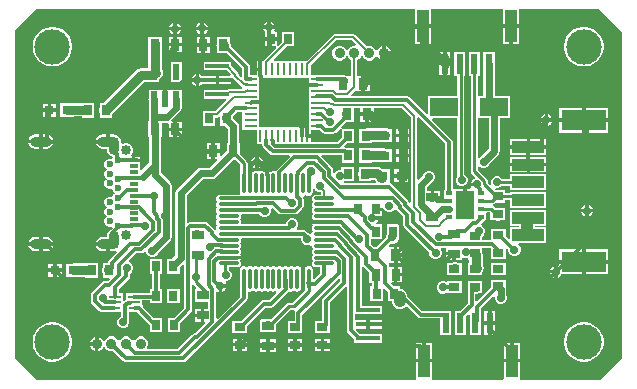
<source format=gtl>
G04*
G04 #@! TF.GenerationSoftware,Altium Limited,Altium Designer,21.6.1 (37)*
G04*
G04 Layer_Physical_Order=1*
G04 Layer_Color=255*
%FSLAX44Y44*%
%MOMM*%
G71*
G04*
G04 #@! TF.SameCoordinates,B537452E-FA77-4D50-A425-7BC56E6BEB89*
G04*
G04*
G04 #@! TF.FilePolarity,Positive*
G04*
G01*
G75*
%ADD10C,0.2000*%
%ADD13C,0.6000*%
%ADD14C,0.2500*%
%ADD17R,0.8000X1.0000*%
%ADD18R,3.8000X1.8000*%
%ADD19R,2.7000X1.0000*%
%ADD20R,1.0000X2.7000*%
%ADD21R,0.6000X1.7000*%
%ADD22R,0.7000X0.9000*%
%ADD23R,2.3300X1.5600*%
%ADD24R,0.8000X0.8000*%
%ADD25R,2.0000X0.4000*%
%ADD26R,0.5588X1.3208*%
%ADD27R,0.9000X0.7000*%
%ADD28R,1.0000X0.8000*%
%ADD29R,0.5250X0.3000*%
%ADD30O,0.2845X1.8000*%
%ADD31O,1.8000X0.2845*%
%ADD32R,1.0000X0.2845*%
%ADD33R,0.7000X0.3200*%
%ADD34R,1.0800X0.2600*%
%ADD35R,0.2600X1.0800*%
%ADD62R,1.6500X2.4500*%
%ADD63C,0.3000*%
%ADD64C,0.8000*%
%ADD65C,1.0000*%
%ADD66C,0.1700*%
%ADD67C,0.9000*%
%ADD68C,3.0000*%
%ADD69O,1.8000X0.9000*%
%ADD70C,0.6000*%
%ADD71O,0.9000X1.5000*%
%ADD72C,0.8500*%
%ADD73C,0.7000*%
G36*
X482201Y262444D02*
Y-13194D01*
X463444Y-31951D01*
X396008D01*
X395600Y-30850D01*
X395600Y-30681D01*
Y-17250D01*
X389000D01*
X382400D01*
Y-30681D01*
X382400Y-30850D01*
X381992Y-31951D01*
X321508D01*
X321100Y-30850D01*
X321100Y-30681D01*
Y-17250D01*
X314500D01*
X307900D01*
Y-30681D01*
X307900Y-30850D01*
X307492Y-31951D01*
X-12944D01*
X-31451Y-13444D01*
X-31451Y263694D01*
X-13444Y281701D01*
X307150D01*
Y269250D01*
X313750D01*
X320350D01*
Y281701D01*
X381651D01*
Y269250D01*
X388250D01*
X394851D01*
Y281701D01*
X462944D01*
X482201Y262444D01*
D02*
G37*
%LPC*%
G36*
X185000Y271649D02*
Y268250D01*
X188399D01*
X187824Y269639D01*
X186389Y271073D01*
X185000Y271649D01*
D02*
G37*
G36*
X182000D02*
X180611Y271073D01*
X179176Y269639D01*
X178601Y268250D01*
X182000D01*
Y271649D01*
D02*
G37*
G36*
X128000Y270399D02*
Y267000D01*
X131399D01*
X130824Y268389D01*
X129389Y269823D01*
X128000Y270399D01*
D02*
G37*
G36*
X125000D02*
X123611Y269823D01*
X122176Y268389D01*
X121601Y267000D01*
X125000D01*
Y270399D01*
D02*
G37*
G36*
X105250Y270149D02*
Y266750D01*
X108649D01*
X108074Y268139D01*
X106639Y269574D01*
X105250Y270149D01*
D02*
G37*
G36*
X102250D02*
X100861Y269574D01*
X99426Y268139D01*
X98851Y266750D01*
X102250D01*
Y270149D01*
D02*
G37*
G36*
X131399Y264000D02*
X128000D01*
Y260601D01*
X129389Y261176D01*
X130824Y262611D01*
X131399Y264000D01*
D02*
G37*
G36*
X125000D02*
X121601D01*
X122176Y262611D01*
X123611Y261176D01*
X125000Y260601D01*
Y264000D01*
D02*
G37*
G36*
X108649Y263750D02*
X105250D01*
Y260351D01*
X106639Y260926D01*
X108074Y262361D01*
X108649Y263750D01*
D02*
G37*
G36*
X102250D02*
X98851D01*
X99426Y262361D01*
X100861Y260926D01*
X102250Y260351D01*
Y263750D01*
D02*
G37*
G36*
X188399Y265250D02*
X178601D01*
X179176Y263861D01*
X179273Y263764D01*
X179650Y262600D01*
X179650D01*
X179650Y262600D01*
Y258000D01*
X184750D01*
X189850D01*
Y262600D01*
X188222D01*
X187736Y263774D01*
X187824Y263861D01*
X188399Y265250D01*
D02*
G37*
G36*
X109600Y258350D02*
X105500D01*
Y253250D01*
X109600D01*
Y258350D01*
D02*
G37*
G36*
X102500D02*
X98400D01*
Y253250D01*
X102500D01*
Y258350D01*
D02*
G37*
G36*
X133350Y257850D02*
X129250D01*
Y252750D01*
X133350D01*
Y257850D01*
D02*
G37*
G36*
X126250D02*
X122150D01*
Y252750D01*
X126250D01*
Y257850D01*
D02*
G37*
G36*
X394851Y266250D02*
X389750D01*
Y252650D01*
X394851D01*
Y266250D01*
D02*
G37*
G36*
X386750D02*
X381651D01*
Y252650D01*
X386750D01*
Y266250D01*
D02*
G37*
G36*
X320350D02*
X315250D01*
Y252650D01*
X320350D01*
Y266250D01*
D02*
G37*
G36*
X312250D02*
X307150D01*
Y252650D01*
X312250D01*
Y266250D01*
D02*
G37*
G36*
X204950Y262700D02*
X194550D01*
Y254193D01*
X191120Y250764D01*
X189850Y251290D01*
Y255000D01*
X186250D01*
Y250400D01*
X188960D01*
X189486Y249130D01*
X179354Y238997D01*
X178757Y238104D01*
X178736Y238000D01*
X178000D01*
Y237900D01*
X177500D01*
Y230900D01*
X176000D01*
Y229400D01*
X173100D01*
Y225750D01*
X169120D01*
X169099Y225764D01*
X167850Y226013D01*
X167213D01*
Y232800D01*
X166964Y234049D01*
X166257Y235107D01*
X150905Y250459D01*
X151062Y251250D01*
X150619Y253474D01*
X150450Y253727D01*
Y257950D01*
X139050D01*
Y251811D01*
X138939Y251250D01*
X139050Y250688D01*
Y244550D01*
X147586D01*
X160687Y231448D01*
Y224947D01*
X159514Y224461D01*
X157794Y226181D01*
Y226459D01*
X157584Y227513D01*
X156987Y228406D01*
X156987Y228406D01*
X151450Y233943D01*
Y237450D01*
X128050D01*
Y230050D01*
X147557D01*
X150987Y226620D01*
X150461Y225350D01*
X141250D01*
Y223250D01*
X151350D01*
Y223593D01*
X151856Y223767D01*
X152620Y223804D01*
X153094Y223094D01*
X160085Y216103D01*
X160085Y216103D01*
X160580Y215773D01*
X160549Y214503D01*
X149750D01*
X148696Y214293D01*
X147803Y213696D01*
X147557Y213450D01*
X128050D01*
Y206050D01*
X146929D01*
X147415Y204877D01*
X138041Y195503D01*
X135000D01*
X134734Y195450D01*
X127300D01*
Y183050D01*
X137700D01*
Y189997D01*
X139182D01*
X140235Y190207D01*
X140877Y190636D01*
X141203Y190538D01*
X141693Y190268D01*
X142050Y189929D01*
Y188216D01*
X142300Y187612D01*
Y183050D01*
X145923D01*
X148458Y180515D01*
Y168450D01*
X147550D01*
Y161827D01*
X143023Y157300D01*
X141850Y157786D01*
Y160250D01*
X137750D01*
Y155150D01*
X139214D01*
X139700Y153977D01*
X133315Y147592D01*
X125800D01*
X125800Y147592D01*
X123966Y147227D01*
X122412Y146189D01*
X105462Y129239D01*
X104423Y127684D01*
X104058Y125850D01*
X104058Y125850D01*
Y73335D01*
X100923Y70200D01*
X97300D01*
Y66741D01*
X96800Y65534D01*
Y63466D01*
X97300Y62259D01*
Y57800D01*
X107700D01*
Y63423D01*
X110614Y66337D01*
X111788Y65851D01*
Y28902D01*
X103336Y20450D01*
X97550D01*
Y8050D01*
X107950D01*
Y15836D01*
X117357Y25243D01*
X118065Y26302D01*
X118313Y27550D01*
Y48422D01*
X119583Y48808D01*
X119873Y48373D01*
X121873Y46373D01*
X121387Y45200D01*
X120550D01*
Y33800D01*
X132187D01*
Y28100D01*
X128750D01*
Y22500D01*
Y16900D01*
X128902D01*
X129388Y15726D01*
X120911Y7250D01*
X120487D01*
X119239Y7002D01*
X118180Y6294D01*
X105948Y-5937D01*
X80990D01*
X80399Y-4667D01*
X81200Y-2733D01*
Y-267D01*
X80256Y2012D01*
X78512Y3756D01*
X76233Y4700D01*
X73766D01*
X71488Y3756D01*
X69744Y2012D01*
X69437Y1272D01*
X68063D01*
X67756Y2012D01*
X66012Y3756D01*
X63733Y4700D01*
X61267D01*
X58988Y3756D01*
X57244Y2012D01*
X56937Y1272D01*
X55563D01*
X55256Y2012D01*
X53512Y3756D01*
X51233Y4700D01*
X48767D01*
X46488Y3756D01*
X44744Y2012D01*
X44383Y1141D01*
X43008D01*
X42671Y1955D01*
X40955Y3671D01*
X39000Y4481D01*
Y-1500D01*
Y-7481D01*
X40955Y-6671D01*
X42671Y-4955D01*
X43008Y-4141D01*
X44383D01*
X44744Y-5012D01*
X46488Y-6756D01*
X48767Y-7700D01*
X51233D01*
X51483Y-7597D01*
X60093Y-16207D01*
X61151Y-16914D01*
X62400Y-17163D01*
X111022D01*
X112271Y-16914D01*
X113329Y-16207D01*
X164307Y34771D01*
X165014Y35829D01*
X165263Y37078D01*
Y42084D01*
X166533Y42881D01*
X167250Y42739D01*
X168469Y42981D01*
X169501Y43671D01*
X169999D01*
X171032Y42981D01*
X172250Y42739D01*
X173468Y42981D01*
X174501Y43671D01*
X174999D01*
X176032Y42981D01*
X177250Y42739D01*
X178469Y42981D01*
X178789Y43195D01*
X179750Y43573D01*
X180711Y43195D01*
X181032Y42981D01*
X182250Y42739D01*
X183468Y42981D01*
X183790Y43196D01*
X184750Y43573D01*
X185711Y43196D01*
X186032Y42981D01*
X187250Y42739D01*
X188469Y42981D01*
X188789Y43195D01*
X188839Y43215D01*
X189363Y42894D01*
X189549Y41298D01*
X183763Y35513D01*
X179250D01*
X178001Y35264D01*
X176943Y34557D01*
X160336Y17950D01*
X152550D01*
Y7550D01*
X164950D01*
Y13336D01*
X180602Y28987D01*
X185115D01*
X186363Y29236D01*
X187422Y29943D01*
X199935Y42456D01*
X200516Y43326D01*
X201032Y42981D01*
X202250Y42739D01*
X203468Y42981D01*
X203789Y43196D01*
X204750Y43573D01*
X205711Y43196D01*
X206032Y42981D01*
X207250Y42739D01*
X208468Y42981D01*
X209501Y43671D01*
X210767Y43279D01*
X211071Y43075D01*
X211165Y43057D01*
X211583Y41679D01*
X203218Y33313D01*
X200139D01*
X198988Y33084D01*
X198012Y32432D01*
X198012Y32432D01*
X185030Y19450D01*
X175884D01*
Y8050D01*
X189284D01*
Y15196D01*
X201385Y27298D01*
X204464D01*
X204928Y27390D01*
X205692Y26247D01*
X205402Y25814D01*
X205154Y24565D01*
Y17950D01*
X199217D01*
Y7550D01*
X211616D01*
Y14435D01*
X211679Y14750D01*
Y23214D01*
X242714Y54249D01*
X243888Y53763D01*
Y51607D01*
X229443Y37163D01*
X228736Y36104D01*
X228487Y34856D01*
Y17950D01*
X222550D01*
Y7550D01*
X234950D01*
Y14435D01*
X235013Y14750D01*
Y33504D01*
X248217Y46709D01*
X249487Y46183D01*
Y9750D01*
X249736Y8501D01*
X250443Y7443D01*
X255800Y2086D01*
Y-700D01*
X279200D01*
Y6700D01*
X260414D01*
X256984Y10130D01*
X257510Y11400D01*
X266000D01*
Y15000D01*
Y18600D01*
X256013D01*
Y23300D01*
X279200D01*
Y30700D01*
X262263D01*
Y63162D01*
X263062Y63544D01*
X263533Y63603D01*
X268050Y59086D01*
Y50300D01*
X270863D01*
Y47200D01*
X269300D01*
Y34800D01*
X279700D01*
Y45526D01*
X280874Y46012D01*
X284300Y42586D01*
Y34800D01*
X287242D01*
Y34550D01*
X287472Y32801D01*
X288148Y31171D01*
X289221Y29771D01*
X290621Y28698D01*
X292251Y28022D01*
X294000Y27792D01*
X295749Y28022D01*
X297379Y28698D01*
X298778Y29771D01*
X298989Y30046D01*
X300257Y30129D01*
X309443Y20943D01*
X310501Y20236D01*
X311750Y19987D01*
X328300D01*
Y6050D01*
X337700D01*
Y26450D01*
X331815D01*
X331500Y26513D01*
X313101D01*
X300704Y38910D01*
X300527Y40249D01*
X299852Y41879D01*
X298778Y43278D01*
X297379Y44352D01*
X295749Y45027D01*
X294700Y45166D01*
Y47200D01*
X288914D01*
X286888Y49227D01*
X287374Y50400D01*
X289250D01*
Y57000D01*
Y63600D01*
X285150D01*
X285013Y64500D01*
X284764Y65748D01*
X284591Y66008D01*
X285355Y67150D01*
X285918Y67150D01*
X289000D01*
Y73750D01*
Y80350D01*
X285950D01*
X285510Y80350D01*
X284984Y81620D01*
X286760Y83395D01*
X286980Y83304D01*
X289048D01*
X290960Y84096D01*
X292422Y85559D01*
X293144Y87300D01*
X293950D01*
Y99700D01*
X283550D01*
Y93065D01*
X283487Y92750D01*
Y91164D01*
X282814Y89539D01*
Y88678D01*
X274586Y80450D01*
X272414D01*
X269935Y82929D01*
Y87300D01*
X278950D01*
Y99700D01*
X274598D01*
X274190Y100970D01*
X275337Y102116D01*
X276113Y103991D01*
Y106019D01*
X276200Y106150D01*
X278850D01*
Y110750D01*
X273750D01*
Y113750D01*
X278850D01*
Y113797D01*
X280050Y113966D01*
X280842Y112054D01*
X282304Y110592D01*
X284216Y109800D01*
X286284D01*
X288196Y110592D01*
X289658Y112054D01*
X289900Y112639D01*
X291221Y112509D01*
X291231Y112463D01*
X291938Y111404D01*
X297202Y106140D01*
Y99286D01*
X297450Y98037D01*
X298157Y96979D01*
X319300Y75836D01*
Y74216D01*
X320092Y72304D01*
X321554Y70842D01*
X323466Y70050D01*
X325534D01*
X327446Y70842D01*
X328908Y72304D01*
X329700Y74216D01*
Y76284D01*
X328982Y78017D01*
X329476Y79287D01*
X333400D01*
Y76250D01*
X340000D01*
Y74750D01*
X341500D01*
Y69150D01*
X346600D01*
Y71157D01*
X347870Y71868D01*
X349233Y71304D01*
X351301D01*
X351800Y70971D01*
Y69800D01*
X352688D01*
Y66700D01*
X351800D01*
Y56300D01*
X364200D01*
Y59524D01*
X364869Y60526D01*
X365312Y62750D01*
X364869Y64974D01*
X364312Y65808D01*
Y74500D01*
X364312Y74500D01*
X364200Y75061D01*
Y79941D01*
X371195D01*
X371300Y79836D01*
Y70050D01*
X383700D01*
Y78776D01*
X384874Y79262D01*
X386050Y78086D01*
Y77216D01*
X386842Y75304D01*
X388304Y73842D01*
X390216Y73050D01*
X392284D01*
X394196Y73842D01*
X395658Y75304D01*
X396450Y77216D01*
Y79284D01*
X395658Y81196D01*
X394574Y82280D01*
X395100Y83550D01*
X401311D01*
X401750Y83492D01*
X403000D01*
X403439Y83550D01*
X418200D01*
Y96950D01*
X408508D01*
Y98550D01*
X418200D01*
Y111950D01*
X387800D01*
Y98550D01*
X394992D01*
Y96950D01*
X387800D01*
Y87223D01*
X386627Y86737D01*
X383700Y89664D01*
Y95449D01*
X371300D01*
Y86466D01*
X364200D01*
Y88905D01*
X364264Y89001D01*
X364363Y89496D01*
X365676Y90809D01*
X366468Y92720D01*
Y94789D01*
X365676Y96700D01*
X364213Y98163D01*
X363425Y98489D01*
X363127Y99987D01*
X365557Y102417D01*
X365980Y103050D01*
X367450D01*
Y109450D01*
X368599Y109742D01*
X370504D01*
X370800Y109446D01*
Y103050D01*
X375862D01*
X376466Y102800D01*
X378534D01*
X379138Y103050D01*
X383200D01*
Y113450D01*
X375304D01*
X373877Y114877D01*
X373365Y115219D01*
X373289Y115666D01*
X373386Y116629D01*
X374127Y117123D01*
X375054Y118050D01*
X383200D01*
Y120243D01*
X387800D01*
Y113550D01*
X418200D01*
Y126950D01*
X387800D01*
Y126258D01*
X383200D01*
Y128450D01*
X375455D01*
X375153Y128877D01*
X375195Y129034D01*
X375879Y130050D01*
X377534D01*
X379446Y130842D01*
X380846Y132242D01*
X387800D01*
Y128550D01*
X418200D01*
Y141950D01*
X387800D01*
Y138258D01*
X380846D01*
X379446Y139658D01*
X377534Y140450D01*
X375466D01*
X373554Y139658D01*
X372092Y138196D01*
X371300Y136284D01*
Y134216D01*
X371452Y133848D01*
X370376Y133129D01*
X368725Y134779D01*
Y136178D01*
X368725Y136178D01*
X368496Y137329D01*
X367844Y138305D01*
X367844Y138305D01*
X360258Y145891D01*
Y148342D01*
X361528Y148868D01*
X362304Y148092D01*
X364216Y147300D01*
X366284D01*
X368196Y148092D01*
X369658Y149554D01*
X370066Y150539D01*
X377538Y158011D01*
X378577Y159566D01*
X378942Y161400D01*
Y189250D01*
X387500D01*
Y208250D01*
X374542D01*
Y235750D01*
X374450Y236213D01*
Y245950D01*
X365050D01*
Y236213D01*
X364958Y235750D01*
Y208250D01*
X360800D01*
X360258Y209295D01*
Y225550D01*
X361950D01*
Y245950D01*
X352550D01*
Y225550D01*
X354243D01*
Y144646D01*
X354472Y143494D01*
X355123Y142519D01*
X357862Y139780D01*
X357536Y138310D01*
X356379Y137830D01*
X354944Y136395D01*
X354369Y135007D01*
X359268D01*
Y132007D01*
X354369D01*
X354736Y131120D01*
X354052Y129850D01*
X351000D01*
Y116000D01*
X348000D01*
Y129850D01*
X339650D01*
X339138Y130908D01*
Y169125D01*
X338890Y170373D01*
X338182Y171432D01*
X321538Y188076D01*
X322024Y189250D01*
X342942D01*
Y140546D01*
X342342Y139946D01*
X341550Y138034D01*
Y135966D01*
X342342Y134054D01*
X343804Y132592D01*
X345716Y131800D01*
X347784D01*
X349696Y132592D01*
X351158Y134054D01*
X351950Y135966D01*
Y138034D01*
X351158Y139946D01*
X349696Y141408D01*
X348958Y141714D01*
Y225550D01*
X349450D01*
Y245950D01*
X340051D01*
Y225550D01*
X342942D01*
Y208250D01*
X318000D01*
Y193274D01*
X316827Y192787D01*
X302407Y207207D01*
X301348Y207915D01*
X300100Y208163D01*
X253605D01*
X253119Y209336D01*
X256380Y212597D01*
X257650Y212150D01*
Y212150D01*
X261750D01*
Y218750D01*
Y225350D01*
X258350D01*
Y238867D01*
X259262Y239244D01*
X261006Y240988D01*
X261313Y241728D01*
X262687D01*
X262994Y240988D01*
X264738Y239244D01*
X267017Y238300D01*
X269483D01*
X271762Y239244D01*
X273506Y240988D01*
X273867Y241859D01*
X275241Y241859D01*
X275578Y241045D01*
X277295Y239329D01*
X279250Y238519D01*
Y244500D01*
Y250482D01*
X277295Y249672D01*
X275578Y247956D01*
X275241Y247142D01*
X273867Y247142D01*
X273506Y248012D01*
X271762Y249756D01*
X269483Y250700D01*
X267017D01*
X266105Y250322D01*
X256089Y260338D01*
X255245Y260902D01*
X254250Y261100D01*
X239501D01*
X238505Y260902D01*
X237662Y260338D01*
X215323Y238000D01*
X187802D01*
X187316Y239173D01*
X198443Y250300D01*
X204950D01*
Y262700D01*
D02*
G37*
G36*
X183250Y255000D02*
X179650D01*
Y250400D01*
X183250D01*
Y255000D01*
D02*
G37*
G36*
X282250Y250482D02*
Y246000D01*
X286731D01*
X285921Y247956D01*
X284205Y249672D01*
X282250Y250482D01*
D02*
G37*
G36*
X109600Y250250D02*
X105500D01*
Y245150D01*
X109600D01*
Y250250D01*
D02*
G37*
G36*
X102500D02*
X98400D01*
Y245150D01*
X102500D01*
Y250250D01*
D02*
G37*
G36*
X133350Y249750D02*
X129250D01*
Y244650D01*
X133350D01*
Y249750D01*
D02*
G37*
G36*
X126250D02*
X122150D01*
Y244650D01*
X126250D01*
Y249750D01*
D02*
G37*
G36*
X286731Y243000D02*
X282250D01*
Y238519D01*
X284205Y239329D01*
X285921Y241045D01*
X286731Y243000D01*
D02*
G37*
G36*
X336850Y245850D02*
X333750D01*
Y237250D01*
X336850D01*
Y245850D01*
D02*
G37*
G36*
X330750D02*
X327650D01*
Y237250D01*
X330750D01*
Y245850D01*
D02*
G37*
G36*
X451645Y266700D02*
X448355D01*
X445129Y266058D01*
X442090Y264799D01*
X439354Y262972D01*
X437028Y260646D01*
X435201Y257910D01*
X433942Y254871D01*
X433300Y251645D01*
Y248355D01*
X433942Y245129D01*
X435201Y242090D01*
X437028Y239354D01*
X439354Y237028D01*
X442090Y235201D01*
X445129Y233942D01*
X448355Y233300D01*
X451645D01*
X454871Y233942D01*
X457910Y235201D01*
X460646Y237028D01*
X462972Y239354D01*
X464799Y242090D01*
X466058Y245129D01*
X466700Y248355D01*
Y251645D01*
X466058Y254871D01*
X464799Y257910D01*
X462972Y260646D01*
X460646Y262972D01*
X457910Y264799D01*
X454871Y266058D01*
X451645Y266700D01*
D02*
G37*
G36*
X1645D02*
X-1645D01*
X-4871Y266058D01*
X-7910Y264799D01*
X-10646Y262972D01*
X-12972Y260646D01*
X-14799Y257910D01*
X-16058Y254871D01*
X-16700Y251645D01*
Y248355D01*
X-16058Y245129D01*
X-14799Y242090D01*
X-12972Y239354D01*
X-10646Y237028D01*
X-7910Y235201D01*
X-4871Y233942D01*
X-1645Y233300D01*
X1645D01*
X4871Y233942D01*
X7910Y235201D01*
X10646Y237028D01*
X12972Y239354D01*
X14799Y242090D01*
X16058Y245129D01*
X16700Y248355D01*
Y251645D01*
X16058Y254871D01*
X14799Y257910D01*
X12972Y260646D01*
X10646Y262972D01*
X7910Y264799D01*
X4871Y266058D01*
X1645Y266700D01*
D02*
G37*
G36*
X174500Y237900D02*
X173100D01*
Y232400D01*
X174500D01*
Y237900D01*
D02*
G37*
G36*
X336850Y234250D02*
X333750D01*
Y225650D01*
X336850D01*
Y234250D01*
D02*
G37*
G36*
X330750D02*
X327650D01*
Y225650D01*
X330750D01*
Y234250D01*
D02*
G37*
G36*
X121250Y226649D02*
X119861Y226074D01*
X118426Y224639D01*
X117851Y223250D01*
X121250D01*
Y226649D01*
D02*
G37*
G36*
X109391Y236988D02*
X100403D01*
Y220380D01*
X109391D01*
Y236988D01*
D02*
G37*
G36*
X268850Y225350D02*
X264750D01*
Y220250D01*
X268850D01*
Y225350D01*
D02*
G37*
G36*
X151350Y220250D02*
X141250D01*
Y218150D01*
X151350D01*
Y220250D01*
D02*
G37*
G36*
X124250Y226649D02*
Y221750D01*
Y216851D01*
X125639Y217426D01*
X126880Y218668D01*
X127795Y218470D01*
X128150Y218278D01*
Y218150D01*
X138250D01*
Y221750D01*
Y225350D01*
X128150D01*
Y225222D01*
X127795Y225030D01*
X126880Y224832D01*
X125639Y226074D01*
X124250Y226649D01*
D02*
G37*
G36*
X121250Y220250D02*
X117851D01*
X118426Y218861D01*
X119861Y217426D01*
X121250Y216851D01*
Y220250D01*
D02*
G37*
G36*
X268850Y217250D02*
X264750D01*
Y212150D01*
X268850D01*
Y217250D01*
D02*
G37*
G36*
X3100Y201850D02*
X-1000D01*
Y197750D01*
X3100D01*
Y201850D01*
D02*
G37*
G36*
X-4000D02*
X-8100D01*
Y197750D01*
X-4000D01*
Y201850D01*
D02*
G37*
G36*
X3100Y194750D02*
X-1000D01*
Y190650D01*
X3100D01*
Y194750D01*
D02*
G37*
G36*
X-4000D02*
X-8100D01*
Y190650D01*
X-4000D01*
Y194750D01*
D02*
G37*
G36*
X92700Y258450D02*
X81300D01*
Y252311D01*
X81188Y251750D01*
Y231891D01*
X75080D01*
X72856Y231449D01*
X70971Y230189D01*
X70970Y230189D01*
X43231Y202450D01*
X40050D01*
Y198727D01*
X39881Y198474D01*
X39438Y196250D01*
X39881Y194026D01*
X40050Y193772D01*
Y190050D01*
X50450D01*
Y193231D01*
X77487Y220268D01*
X84895D01*
X85456Y220380D01*
X90595D01*
Y222879D01*
X92109Y223891D01*
X93369Y225776D01*
X93812Y228000D01*
X93369Y230224D01*
X92811Y231059D01*
Y251750D01*
X92700Y252311D01*
Y253034D01*
X92700Y253035D01*
Y258450D01*
D02*
G37*
G36*
X29750Y202562D02*
X13001D01*
X10777Y202119D01*
X10523Y201950D01*
X6800D01*
Y196811D01*
X6689Y196250D01*
X6800Y195688D01*
Y190550D01*
X11939D01*
X12500Y190438D01*
X13062Y190550D01*
X18200D01*
Y190938D01*
X25050D01*
Y190050D01*
X35450D01*
Y196188D01*
X35562Y196750D01*
X35450Y197312D01*
Y202450D01*
X30313D01*
X29750Y202562D01*
D02*
G37*
G36*
X470600Y198350D02*
X451500D01*
Y189250D01*
X470600D01*
Y198350D01*
D02*
G37*
G36*
X419750Y192649D02*
Y189250D01*
X423149D01*
X422574Y190639D01*
X421139Y192074D01*
X419750Y192649D01*
D02*
G37*
G36*
X416750D02*
X415361Y192074D01*
X413926Y190639D01*
X413351Y189250D01*
X416750D01*
Y192649D01*
D02*
G37*
G36*
X448500Y198350D02*
X429400D01*
Y189250D01*
X448500D01*
Y198350D01*
D02*
G37*
G36*
X423149Y186250D02*
X419750D01*
Y182851D01*
X421139Y183426D01*
X422574Y184861D01*
X423149Y186250D01*
D02*
G37*
G36*
X416750D02*
X413351D01*
X413926Y184861D01*
X415361Y183426D01*
X416750Y182851D01*
Y186250D01*
D02*
G37*
G36*
X109600Y186600D02*
X105500D01*
Y181500D01*
X109600D01*
Y186600D01*
D02*
G37*
G36*
X90595Y213620D02*
Y213620D01*
X89877Y213620D01*
X81607D01*
Y206814D01*
X81309Y205316D01*
X81515Y204280D01*
Y186700D01*
X81300D01*
Y173300D01*
X82208D01*
Y152188D01*
X75179Y145159D01*
X74050Y145826D01*
Y152100D01*
X73950D01*
Y152300D01*
X68850D01*
Y153800D01*
X67350D01*
Y157000D01*
X67161D01*
X66635Y158270D01*
X67294Y158929D01*
X68200Y161116D01*
Y163483D01*
X67294Y165670D01*
X65620Y167344D01*
X63433Y168250D01*
X61066D01*
X59739Y167700D01*
X58469Y168549D01*
Y169350D01*
X57996Y171730D01*
X56648Y173748D01*
X54630Y175096D01*
X54450Y175132D01*
X54130Y175346D01*
X51750Y175819D01*
X48750D01*
Y169600D01*
X47250D01*
Y168100D01*
X36829D01*
X37004Y167220D01*
X38352Y165202D01*
X40370Y163854D01*
X42750Y163380D01*
X46030D01*
Y163350D01*
X46504Y160970D01*
X47852Y158952D01*
X49870Y157604D01*
X50720Y157435D01*
X51471Y155991D01*
X51346Y155687D01*
X49977Y154879D01*
X49685Y155000D01*
X47815D01*
X46088Y154284D01*
X44766Y152962D01*
X44050Y151235D01*
Y149365D01*
X44766Y147638D01*
X45274Y147129D01*
X46073Y146300D01*
X45274Y145470D01*
X44766Y144962D01*
X44050Y143235D01*
Y141365D01*
X44766Y139637D01*
X45274Y139129D01*
X46073Y138300D01*
X45274Y137470D01*
X44766Y136962D01*
X44050Y135235D01*
Y133365D01*
X44766Y131638D01*
X46088Y130315D01*
X47815Y129600D01*
X49685D01*
X49877Y129679D01*
X51253Y128875D01*
X51766Y127638D01*
X52274Y127130D01*
X53073Y126300D01*
X52274Y125470D01*
X51766Y124962D01*
X51253Y123725D01*
X49877Y122921D01*
X49685Y123000D01*
X47815D01*
X46088Y122284D01*
X44766Y120962D01*
X44050Y119235D01*
Y117365D01*
X44766Y115638D01*
X45274Y115130D01*
X46073Y114300D01*
X45274Y113470D01*
X44766Y112962D01*
X44050Y111235D01*
Y109365D01*
X44766Y107638D01*
X45274Y107130D01*
X46073Y106300D01*
X45274Y105470D01*
X44766Y104962D01*
X44050Y103235D01*
Y101365D01*
X44766Y99638D01*
X46088Y98315D01*
X47815Y97600D01*
X49685D01*
X49977Y97721D01*
X51346Y96913D01*
X51471Y96610D01*
X50720Y95165D01*
X49870Y94996D01*
X47852Y93648D01*
X46504Y91630D01*
X46030Y89250D01*
Y89220D01*
X42750D01*
X40370Y88746D01*
X38352Y87398D01*
X37004Y85380D01*
X36829Y84500D01*
X47250D01*
Y83000D01*
X48750D01*
Y76781D01*
X51750D01*
X53773Y77183D01*
X54427Y76041D01*
X47943Y69557D01*
X47236Y68499D01*
X46987Y67250D01*
Y66950D01*
X43050D01*
Y63904D01*
X42842Y63696D01*
X42050Y61784D01*
Y59716D01*
X42842Y57804D01*
X43050Y57596D01*
Y54550D01*
X48302D01*
X48788Y53377D01*
X47037Y51625D01*
X44262D01*
X43014Y51377D01*
X41955Y50669D01*
X33793Y42507D01*
X33086Y41449D01*
X32837Y40200D01*
Y34650D01*
X33086Y33401D01*
X33793Y32343D01*
X39890Y26246D01*
X40948Y25539D01*
X42197Y25291D01*
X52176D01*
X52566Y25213D01*
X53271Y25353D01*
X58376D01*
Y21706D01*
X57054Y21158D01*
X55592Y19696D01*
X54800Y17784D01*
Y15716D01*
X55592Y13804D01*
X57054Y12342D01*
X58966Y11550D01*
X61034D01*
X62946Y12342D01*
X64408Y13804D01*
X65200Y15716D01*
Y17784D01*
X64771Y18819D01*
X64901Y19471D01*
Y25353D01*
X69133D01*
X69838Y25213D01*
X71909D01*
X82180Y14943D01*
X82550Y14695D01*
Y8050D01*
X92950D01*
Y20450D01*
X86065D01*
X85860Y20491D01*
X76538Y29812D01*
Y31598D01*
X75700D01*
Y35237D01*
X82300D01*
Y32801D01*
X92700D01*
Y45201D01*
X90763D01*
Y57800D01*
X92700D01*
Y70200D01*
X82300D01*
Y57800D01*
X84237D01*
Y45201D01*
X82300D01*
Y41762D01*
X69000D01*
X68295Y41622D01*
X62300D01*
Y36244D01*
X61530Y35729D01*
X60823Y35023D01*
X59700Y35696D01*
Y41622D01*
X56263D01*
Y44976D01*
X64792Y53505D01*
X65499Y54564D01*
X65747Y55812D01*
Y57906D01*
X66196Y58092D01*
X67658Y59554D01*
X68450Y61466D01*
Y63534D01*
X67658Y65446D01*
X66196Y66908D01*
X65063Y67378D01*
X64762Y68873D01*
X71103Y75214D01*
X75349D01*
X76597Y75462D01*
X77656Y76170D01*
X78280Y76794D01*
X79550Y76268D01*
Y75966D01*
X80342Y74054D01*
X81804Y72592D01*
X83716Y71800D01*
X85784D01*
X87696Y72592D01*
X89158Y74054D01*
X89566Y75039D01*
X99738Y85211D01*
X99739Y85211D01*
X100777Y86766D01*
X101142Y88600D01*
Y107000D01*
Y132251D01*
X101142Y132251D01*
X100777Y134085D01*
X99739Y135640D01*
X99738Y135640D01*
X91792Y143586D01*
Y150203D01*
Y173300D01*
X92700D01*
Y185708D01*
X96728D01*
X96728Y185708D01*
X97130Y185788D01*
X98400Y184746D01*
Y181500D01*
X102500D01*
Y186600D01*
X101401D01*
X100875Y187870D01*
X108080Y195074D01*
X109119Y196629D01*
X109195Y197012D01*
X109391D01*
Y198000D01*
X109483Y198463D01*
Y204280D01*
X109689Y205316D01*
X109391Y206814D01*
Y213620D01*
X101673D01*
X100403Y213620D01*
X100403Y213620D01*
X99175Y213520D01*
X96999D01*
Y205316D01*
X93999D01*
Y213520D01*
X91105D01*
Y213520D01*
X91098Y213521D01*
X90595Y213620D01*
D02*
G37*
G36*
X470600Y186250D02*
X451500D01*
Y177150D01*
X470600D01*
Y186250D01*
D02*
G37*
G36*
X448500D02*
X429400D01*
Y177150D01*
X448500D01*
Y186250D01*
D02*
G37*
G36*
X109600Y178500D02*
X105500D01*
Y173400D01*
X109600D01*
Y178500D01*
D02*
G37*
G36*
X102500D02*
X98400D01*
Y173400D01*
X102500D01*
Y178500D01*
D02*
G37*
G36*
X45750Y175819D02*
X42750D01*
X40370Y175346D01*
X38352Y173998D01*
X37004Y171980D01*
X36829Y171100D01*
X45750D01*
Y175819D01*
D02*
G37*
G36*
X-5250D02*
X-8250D01*
Y171100D01*
X671D01*
X496Y171980D01*
X-852Y173998D01*
X-2870Y175346D01*
X-5250Y175819D01*
D02*
G37*
G36*
X-11250D02*
X-14250D01*
X-16630Y175346D01*
X-18648Y173998D01*
X-19996Y171980D01*
X-20171Y171100D01*
X-11250D01*
Y175819D01*
D02*
G37*
G36*
X418100Y171850D02*
X404500D01*
Y166750D01*
X418100D01*
Y171850D01*
D02*
G37*
G36*
X401500D02*
X387900D01*
Y166750D01*
X401500D01*
Y171850D01*
D02*
G37*
G36*
X671Y168100D02*
X-8250D01*
Y163380D01*
X-5250D01*
X-2870Y163854D01*
X-852Y165202D01*
X496Y167220D01*
X671Y168100D01*
D02*
G37*
G36*
X-11250D02*
X-20171D01*
X-19996Y167220D01*
X-18648Y165202D01*
X-16630Y163854D01*
X-14250Y163380D01*
X-11250D01*
Y168100D01*
D02*
G37*
G36*
X141850Y168350D02*
X137750D01*
Y163250D01*
X141850D01*
Y168350D01*
D02*
G37*
G36*
X134750D02*
X130650D01*
Y163250D01*
X134750D01*
Y168350D01*
D02*
G37*
G36*
X418100Y163750D02*
X404500D01*
Y158650D01*
X418100D01*
Y163750D01*
D02*
G37*
G36*
X401500D02*
X387900D01*
Y158650D01*
X401500D01*
Y163750D01*
D02*
G37*
G36*
X73950Y157000D02*
X70350D01*
Y155300D01*
X73950D01*
Y157000D01*
D02*
G37*
G36*
X134750Y160250D02*
X130650D01*
Y155150D01*
X134750D01*
Y160250D01*
D02*
G37*
G36*
X418100Y156850D02*
X404500D01*
Y151750D01*
X418100D01*
Y156850D01*
D02*
G37*
G36*
X401500D02*
X387900D01*
Y151750D01*
X401500D01*
Y156850D01*
D02*
G37*
G36*
X418100Y148750D02*
X404500D01*
Y143650D01*
X418100D01*
Y148750D01*
D02*
G37*
G36*
X401500D02*
X387900D01*
Y143650D01*
X401500D01*
Y148750D01*
D02*
G37*
G36*
X454250Y116149D02*
Y112750D01*
X457649D01*
X457074Y114139D01*
X455639Y115574D01*
X454250Y116149D01*
D02*
G37*
G36*
X451250D02*
X449861Y115574D01*
X448426Y114139D01*
X447851Y112750D01*
X451250D01*
Y116149D01*
D02*
G37*
G36*
X457649Y109750D02*
X454250D01*
Y106351D01*
X455639Y106926D01*
X457074Y108361D01*
X457649Y109750D01*
D02*
G37*
G36*
X451250D02*
X447851D01*
X448426Y108361D01*
X449861Y106926D01*
X451250Y106351D01*
Y109750D01*
D02*
G37*
G36*
X-5250Y89220D02*
X-8250D01*
Y84500D01*
X671D01*
X496Y85380D01*
X-852Y87398D01*
X-2870Y88746D01*
X-5250Y89220D01*
D02*
G37*
G36*
X-11250D02*
X-14250D01*
X-16630Y88746D01*
X-18648Y87398D01*
X-19996Y85380D01*
X-20171Y84500D01*
X-11250D01*
Y89220D01*
D02*
G37*
G36*
X45750Y81500D02*
X36829D01*
X37004Y80620D01*
X38352Y78602D01*
X40370Y77254D01*
X42750Y76781D01*
X45750D01*
Y81500D01*
D02*
G37*
G36*
X671D02*
X-8250D01*
Y76781D01*
X-5250D01*
X-2870Y77254D01*
X-852Y78602D01*
X496Y80620D01*
X671Y81500D01*
D02*
G37*
G36*
X-11250D02*
X-20171D01*
X-19996Y80620D01*
X-18648Y78602D01*
X-16630Y77254D01*
X-14250Y76781D01*
X-11250D01*
Y81500D01*
D02*
G37*
G36*
X292000Y80350D02*
Y75250D01*
X296100D01*
Y80350D01*
X292000D01*
D02*
G37*
G36*
X470600Y78350D02*
X451500D01*
Y69250D01*
X470600D01*
Y78350D01*
D02*
G37*
G36*
X448500D02*
X429400D01*
Y69250D01*
X448500D01*
Y78350D01*
D02*
G37*
G36*
X338500Y73250D02*
X333400D01*
Y69150D01*
X338500D01*
Y73250D01*
D02*
G37*
G36*
X296100Y72250D02*
X292000D01*
Y67150D01*
X296100D01*
Y72250D01*
D02*
G37*
G36*
X448500Y66250D02*
X429400D01*
Y65194D01*
X428130Y64345D01*
X428000Y64399D01*
Y59500D01*
Y54601D01*
X429389Y55176D01*
X430824Y56611D01*
X431047Y57150D01*
X448500D01*
Y66250D01*
D02*
G37*
G36*
X7850Y66350D02*
X3750D01*
Y62250D01*
X7850D01*
Y66350D01*
D02*
G37*
G36*
X750D02*
X-3350D01*
Y62250D01*
X750D01*
Y66350D01*
D02*
G37*
G36*
X425000Y64399D02*
X423611Y63824D01*
X422176Y62389D01*
X421601Y61000D01*
X425000D01*
Y64399D01*
D02*
G37*
G36*
X292250Y63600D02*
Y58500D01*
X296350D01*
Y63600D01*
X292250D01*
D02*
G37*
G36*
X470600Y66250D02*
X451500D01*
Y57150D01*
X470600D01*
Y66250D01*
D02*
G37*
G36*
X383950Y67200D02*
X371550D01*
Y63035D01*
X371550Y63035D01*
Y60966D01*
X371550Y60965D01*
Y56800D01*
X383950D01*
Y67200D01*
D02*
G37*
G36*
X341801Y67453D02*
X339732D01*
X337914Y66700D01*
X334300D01*
Y56300D01*
X346700D01*
Y66700D01*
X343619D01*
X341801Y67453D01*
D02*
G37*
G36*
X7850Y59250D02*
X3750D01*
Y55150D01*
X7850D01*
Y59250D01*
D02*
G37*
G36*
X750D02*
X-3350D01*
Y55150D01*
X750D01*
Y59250D01*
D02*
G37*
G36*
X425000Y58000D02*
X421601D01*
X422176Y56611D01*
X423611Y55176D01*
X425000Y54601D01*
Y58000D01*
D02*
G37*
G36*
X38450Y66950D02*
X28050D01*
Y66562D01*
X17250D01*
X16689Y66450D01*
X11550D01*
Y61311D01*
X11438Y60750D01*
X11550Y60189D01*
Y55050D01*
X16689D01*
X17250Y54938D01*
X28050D01*
Y54550D01*
X38450D01*
Y66950D01*
D02*
G37*
G36*
X334300Y51700D02*
X333030Y50934D01*
X331784Y51450D01*
X329716D01*
X327804Y50658D01*
X326342Y49196D01*
X325550Y47284D01*
Y45216D01*
X326342Y43304D01*
X327804Y41842D01*
X329716Y41050D01*
X331784D01*
X333030Y41566D01*
X334300Y41300D01*
Y41300D01*
X334300Y41300D01*
X346700D01*
Y51700D01*
X334300D01*
Y51700D01*
D02*
G37*
G36*
X296350Y55500D02*
X292250D01*
Y50400D01*
X296350D01*
Y55500D01*
D02*
G37*
G36*
X383950Y52200D02*
X371550D01*
Y46414D01*
X359436Y34300D01*
X358263Y34786D01*
Y40300D01*
X359534D01*
X361446Y41092D01*
X361654Y41300D01*
X364200D01*
Y51700D01*
X351800D01*
Y44815D01*
X351737Y44500D01*
Y32602D01*
X345586Y26450D01*
X340800D01*
Y6050D01*
X350200D01*
Y21836D01*
X352127Y23763D01*
X353300Y23277D01*
Y6050D01*
X362700D01*
Y17435D01*
X362763Y17750D01*
Y28398D01*
X373548Y39183D01*
X374624Y38464D01*
X374550Y38284D01*
Y36216D01*
X375342Y34304D01*
X376804Y32842D01*
X378716Y32050D01*
X380784D01*
X382696Y32842D01*
X384158Y34304D01*
X384950Y36216D01*
Y38284D01*
X384351Y39731D01*
Y44941D01*
X384351Y44941D01*
X383986Y46775D01*
X383950Y46829D01*
Y52200D01*
D02*
G37*
G36*
X107700Y45201D02*
X97300D01*
Y32801D01*
X107700D01*
Y45201D01*
D02*
G37*
G36*
X125750Y28100D02*
X120650D01*
Y24000D01*
X125750D01*
Y28100D01*
D02*
G37*
G36*
X375100Y26350D02*
X372000D01*
Y17750D01*
X375100D01*
Y26350D01*
D02*
G37*
G36*
X369000D02*
X365900D01*
Y17750D01*
X369000D01*
Y26350D01*
D02*
G37*
G36*
X125750Y21000D02*
X120650D01*
Y16900D01*
X125750D01*
Y21000D01*
D02*
G37*
G36*
X279100Y18600D02*
X269000D01*
Y16500D01*
X279100D01*
Y18600D01*
D02*
G37*
G36*
Y13500D02*
X269000D01*
Y11400D01*
X279100D01*
Y13500D01*
D02*
G37*
G36*
X375100Y14750D02*
X372000D01*
Y6150D01*
X375100D01*
Y14750D01*
D02*
G37*
G36*
X369000D02*
X365900D01*
Y6150D01*
X369000D01*
Y14750D01*
D02*
G37*
G36*
X36000Y4481D02*
X34044Y3671D01*
X32328Y1955D01*
X31518Y-0D01*
X36000D01*
Y4481D01*
D02*
G37*
G36*
X164850Y2850D02*
X160250D01*
Y-750D01*
X164850D01*
Y2850D01*
D02*
G37*
G36*
X156500D02*
X152650D01*
Y-750D01*
X156500D01*
Y2850D01*
D02*
G37*
G36*
X234850Y2850D02*
X230250D01*
Y-750D01*
X234850D01*
Y2850D01*
D02*
G37*
G36*
X227250D02*
X222650D01*
Y-750D01*
X227250D01*
Y2850D01*
D02*
G37*
G36*
X211516D02*
X206917D01*
Y-750D01*
X211516D01*
Y2850D01*
D02*
G37*
G36*
X203917D02*
X199317D01*
Y-750D01*
X203917D01*
Y2850D01*
D02*
G37*
G36*
X189184Y2350D02*
X184083D01*
Y-1750D01*
X189184D01*
Y2350D01*
D02*
G37*
G36*
X181083D02*
X175984D01*
Y-1750D01*
X181083D01*
Y2350D01*
D02*
G37*
G36*
X164850Y-3750D02*
X160250D01*
Y-7350D01*
X164850D01*
Y-3750D01*
D02*
G37*
G36*
X156500D02*
X152650D01*
Y-7350D01*
X156500D01*
Y-3750D01*
D02*
G37*
G36*
X234850Y-3750D02*
X230250D01*
Y-7350D01*
X234850D01*
Y-3750D01*
D02*
G37*
G36*
X227250D02*
X222650D01*
Y-7350D01*
X227250D01*
Y-3750D01*
D02*
G37*
G36*
X211516D02*
X206917D01*
Y-7350D01*
X211516D01*
Y-3750D01*
D02*
G37*
G36*
X203917D02*
X199317D01*
Y-7350D01*
X203917D01*
Y-3750D01*
D02*
G37*
G36*
X36000Y-3000D02*
X31518D01*
X32328Y-4955D01*
X34044Y-6671D01*
X36000Y-7481D01*
Y-3000D01*
D02*
G37*
G36*
X189184Y-4750D02*
X184083D01*
Y-8850D01*
X189184D01*
Y-4750D01*
D02*
G37*
G36*
X181083D02*
X175984D01*
Y-8850D01*
X181083D01*
Y-4750D01*
D02*
G37*
G36*
X395600Y-650D02*
X390500D01*
Y-14250D01*
X395600D01*
Y-650D01*
D02*
G37*
G36*
X321100D02*
X316000D01*
Y-14250D01*
X321100D01*
Y-650D01*
D02*
G37*
G36*
X387500D02*
X382400D01*
Y-14250D01*
X387500D01*
Y-650D01*
D02*
G37*
G36*
X313000D02*
X307900D01*
Y-14250D01*
X313000D01*
Y-650D01*
D02*
G37*
G36*
X451645Y16700D02*
X448355D01*
X445129Y16058D01*
X442090Y14799D01*
X439354Y12972D01*
X437028Y10646D01*
X435201Y7910D01*
X433942Y4871D01*
X433300Y1645D01*
Y-1645D01*
X433942Y-4871D01*
X435201Y-7910D01*
X437028Y-10646D01*
X439354Y-12972D01*
X442090Y-14799D01*
X445129Y-16058D01*
X448355Y-16700D01*
X451645D01*
X454871Y-16058D01*
X457910Y-14799D01*
X460646Y-12972D01*
X462972Y-10646D01*
X464799Y-7910D01*
X466058Y-4871D01*
X466700Y-1645D01*
Y1645D01*
X466058Y4871D01*
X464799Y7910D01*
X462972Y10646D01*
X460646Y12972D01*
X457910Y14799D01*
X454871Y16058D01*
X451645Y16700D01*
D02*
G37*
G36*
X1645D02*
X-1645D01*
X-4871Y16058D01*
X-7910Y14799D01*
X-10646Y12972D01*
X-12972Y10646D01*
X-14799Y7910D01*
X-16058Y4871D01*
X-16700Y1645D01*
Y-1645D01*
X-16058Y-4871D01*
X-14799Y-7910D01*
X-12972Y-10646D01*
X-10646Y-12972D01*
X-7910Y-14799D01*
X-4871Y-16058D01*
X-1645Y-16700D01*
X1645D01*
X4871Y-16058D01*
X7910Y-14799D01*
X10646Y-12972D01*
X12972Y-10646D01*
X14799Y-7910D01*
X16058Y-4871D01*
X16700Y-1645D01*
Y1645D01*
X16058Y4871D01*
X14799Y7910D01*
X12972Y10646D01*
X10646Y12972D01*
X7910Y14799D01*
X4871Y16058D01*
X1645Y16700D01*
D02*
G37*
%LPD*%
G36*
X257188Y251886D02*
X256577Y250700D01*
X254517D01*
X252238Y249756D01*
X250494Y248012D01*
X250187Y247272D01*
X248813D01*
X248506Y248012D01*
X246762Y249756D01*
X244484Y250700D01*
X242017D01*
X239738Y249756D01*
X237994Y248012D01*
X237050Y245734D01*
Y243267D01*
X237994Y240988D01*
X239738Y239244D01*
X242017Y238300D01*
X244484D01*
X246762Y239244D01*
X248506Y240988D01*
X248813Y241728D01*
X250187D01*
X250494Y240988D01*
X252238Y239244D01*
X253150Y238867D01*
Y225618D01*
X251950Y225450D01*
Y225450D01*
X248991D01*
X247784Y225950D01*
X245815D01*
X245500Y226013D01*
X224150D01*
X222902Y225764D01*
X222880Y225750D01*
X219000D01*
Y234323D01*
X240577Y255900D01*
X253173D01*
X257188Y251886D01*
D02*
G37*
G36*
X303597Y190509D02*
Y118545D01*
X302327Y117867D01*
X302088Y118028D01*
X301959Y118676D01*
X301252Y119734D01*
X287344Y133642D01*
X286683Y134084D01*
X285950Y135050D01*
Y146450D01*
X279720D01*
X279310Y146860D01*
X277425Y148120D01*
X275200Y148562D01*
X275200Y148562D01*
X265500D01*
X265500Y148562D01*
X264939Y148450D01*
X259800D01*
Y144728D01*
X259631Y144474D01*
X259188Y142250D01*
X259631Y140026D01*
X259800Y139773D01*
Y136051D01*
X270200D01*
Y136939D01*
X272793D01*
X273864Y135868D01*
X273338Y134598D01*
X247201D01*
X246639Y135868D01*
X246805Y136051D01*
X255200D01*
Y148450D01*
X244800D01*
Y145959D01*
X244796Y145957D01*
X242728D01*
X240816Y145165D01*
X239354Y143702D01*
X238998Y142844D01*
X237728Y143097D01*
Y145674D01*
X237480Y146923D01*
X236772Y147982D01*
X227890Y156864D01*
X228376Y158037D01*
X245050D01*
Y151800D01*
X255450D01*
Y164200D01*
X249369D01*
X249199Y164314D01*
X247950Y164562D01*
X247585D01*
X247099Y165736D01*
X249664Y168300D01*
X255450D01*
Y180700D01*
X245088D01*
X244217Y181625D01*
X248892Y186300D01*
X255200D01*
Y197947D01*
X260900D01*
Y194500D01*
X272100D01*
Y197947D01*
X296159D01*
X303597Y190509D01*
D02*
G37*
G36*
X245050Y180662D02*
Y172915D01*
X241398Y169262D01*
X218900D01*
Y173100D01*
X216000D01*
Y176100D01*
X218900D01*
Y179750D01*
X222880D01*
X222902Y179736D01*
X224150Y179487D01*
X226499D01*
X228734Y177252D01*
X229793Y176545D01*
X231041Y176296D01*
X237537D01*
X238785Y176545D01*
X239844Y177252D01*
X244125Y181533D01*
X245050Y180662D01*
D02*
G37*
G36*
X178000Y223800D02*
X217050D01*
Y219750D01*
X217150D01*
Y219250D01*
X224150D01*
Y216250D01*
X217150D01*
Y215750D01*
X217050D01*
Y209750D01*
Y204750D01*
Y199750D01*
Y194750D01*
Y189750D01*
Y184750D01*
Y181600D01*
X212500D01*
Y174600D01*
X209500D01*
Y181600D01*
X209000D01*
Y181700D01*
X174950D01*
Y184750D01*
Y189750D01*
Y194750D01*
Y200750D01*
X174850D01*
Y201250D01*
X167850D01*
Y204250D01*
X174850D01*
Y204750D01*
X174950D01*
Y209750D01*
Y214750D01*
Y219750D01*
Y223900D01*
X178000D01*
Y223800D01*
D02*
G37*
G36*
X369358Y163385D02*
X363289Y157316D01*
X362304Y156908D01*
X361528Y156132D01*
X360258Y156658D01*
Y188204D01*
X360800Y189250D01*
X369358D01*
Y163385D01*
D02*
G37*
G36*
X160750Y189750D02*
Y179750D01*
X173000D01*
Y167500D01*
X177938D01*
Y166527D01*
X178186Y165279D01*
X178893Y164220D01*
X184121Y158993D01*
X185179Y158285D01*
X186428Y158037D01*
X200399D01*
X200885Y156864D01*
X190021Y145999D01*
X189313Y144941D01*
X188050Y145102D01*
X187250Y145261D01*
X186032Y145019D01*
X184999Y144329D01*
X183750Y144716D01*
Y134500D01*
X180750D01*
Y144716D01*
X179501Y144329D01*
X178469Y145019D01*
X177250Y145261D01*
X176032Y145019D01*
X175711Y144804D01*
X174750Y144427D01*
X173790Y144804D01*
X173468Y145019D01*
X172250Y145261D01*
X171032Y145019D01*
X169999Y144329D01*
X168750Y144716D01*
Y134500D01*
X165750D01*
Y145491D01*
X165258Y145792D01*
Y151500D01*
X165029Y152651D01*
X164377Y153627D01*
X158950Y159054D01*
Y168450D01*
X158042D01*
Y182500D01*
X158042Y182500D01*
X157677Y184334D01*
X156639Y185889D01*
X156639Y185889D01*
X152700Y189827D01*
Y190836D01*
X156351Y194487D01*
X160750D01*
Y189750D01*
D02*
G37*
G36*
X159242Y150254D02*
Y142961D01*
X159066Y142078D01*
Y126922D01*
X159244Y126032D01*
X158527Y124762D01*
X149250D01*
X148853Y124683D01*
X141673D01*
X140455Y124441D01*
X139422Y123751D01*
X138732Y122718D01*
X138489Y121500D01*
X138732Y120281D01*
X139422Y119249D01*
Y118751D01*
X138732Y117718D01*
X138489Y116500D01*
X138732Y115282D01*
X138946Y114961D01*
X139324Y114000D01*
X138946Y113039D01*
X138732Y112718D01*
X138489Y111500D01*
X138732Y110281D01*
X139422Y109249D01*
Y108751D01*
X138732Y107718D01*
X138489Y106500D01*
X138732Y105282D01*
X138946Y104961D01*
X139324Y104000D01*
X138946Y103039D01*
X138732Y102718D01*
X138489Y101500D01*
X138732Y100281D01*
X139422Y99249D01*
Y98751D01*
X138732Y97718D01*
X138489Y96500D01*
X138732Y95282D01*
X138376Y94829D01*
X138325Y94810D01*
X137481Y94813D01*
X137288Y95102D01*
X131883Y100507D01*
X130824Y101214D01*
X129576Y101463D01*
X116925D01*
X115676Y101214D01*
X114912Y100704D01*
X113642Y101159D01*
Y123865D01*
X127785Y138008D01*
X135300D01*
X135300Y138008D01*
X137134Y138373D01*
X138689Y139412D01*
X153514Y154236D01*
X155260D01*
X159242Y150254D01*
D02*
G37*
G36*
X222092Y129054D02*
X223554Y127592D01*
X225466Y126800D01*
X227498D01*
Y124683D01*
X222673D01*
X221455Y124441D01*
X220422Y123751D01*
X219732Y122718D01*
X219489Y121500D01*
X219732Y120281D01*
X220422Y119249D01*
Y118751D01*
X219732Y117718D01*
X219489Y116500D01*
X219732Y115282D01*
X219946Y114961D01*
X220324Y114000D01*
X219946Y113039D01*
X219732Y112718D01*
X219489Y111500D01*
X219732Y110281D01*
X220422Y109249D01*
Y108751D01*
X219732Y107718D01*
X219489Y106500D01*
X219732Y105282D01*
X220422Y104249D01*
X220034Y103000D01*
X230250D01*
Y100000D01*
X220034D01*
X220422Y98751D01*
X219732Y97718D01*
X219489Y96500D01*
X219732Y95282D01*
X219946Y94961D01*
X220324Y94000D01*
X219946Y93039D01*
X219732Y92718D01*
X219660Y92357D01*
X218260Y91666D01*
X217085Y92153D01*
X216547D01*
X215387Y93313D01*
X215057Y93807D01*
X213999Y94514D01*
X212750Y94762D01*
X207412D01*
X206886Y96032D01*
X207408Y96554D01*
X208200Y98466D01*
Y100534D01*
X207408Y102446D01*
X205946Y103908D01*
X204034Y104700D01*
X201966D01*
X200054Y103908D01*
X198592Y102446D01*
X197800Y100534D01*
Y99763D01*
X160834D01*
X159919Y101033D01*
X160012Y101500D01*
X159769Y102718D01*
X159555Y103039D01*
X159177Y104000D01*
X159555Y104961D01*
X159769Y105282D01*
X160012Y106500D01*
X159934Y106889D01*
X160886Y108160D01*
X175206D01*
X175350Y107810D01*
X176813Y106347D01*
X178724Y105555D01*
X180793D01*
X182704Y106347D01*
X184167Y107810D01*
X184959Y109721D01*
Y111790D01*
X184790Y112196D01*
X185587Y113485D01*
X186405Y113556D01*
X190968Y108993D01*
X192026Y108286D01*
X193275Y108037D01*
X205543D01*
X206791Y108286D01*
X207850Y108993D01*
X211757Y112900D01*
X212464Y113959D01*
X212713Y115207D01*
Y120775D01*
X212464Y122024D01*
X212133Y122519D01*
X212148Y122672D01*
X212740Y123836D01*
X213468Y123981D01*
X214501Y124671D01*
X214999D01*
X216032Y123981D01*
X217250Y123739D01*
X218468Y123981D01*
X219501Y124671D01*
X220191Y125704D01*
X220434Y126922D01*
Y129738D01*
X221704Y129991D01*
X222092Y129054D01*
D02*
G37*
G36*
X332612Y167773D02*
Y128950D01*
X331550D01*
Y122550D01*
X331550D01*
X331650Y122350D01*
Y120750D01*
X335875D01*
Y117750D01*
X331650D01*
Y117542D01*
X330000D01*
X330000Y117542D01*
X329620Y117466D01*
X328350Y118509D01*
Y121000D01*
X321750D01*
Y122500D01*
X320250D01*
Y128100D01*
X316842D01*
Y130545D01*
X321423Y135125D01*
X321946Y135342D01*
X323408Y136805D01*
X324200Y138716D01*
Y140784D01*
X323408Y142696D01*
X321946Y144158D01*
X320034Y144950D01*
X317966D01*
X316054Y144158D01*
X314592Y142696D01*
X313992Y141249D01*
X310277Y137533D01*
X309103Y138019D01*
Y189623D01*
X310277Y190109D01*
X332612Y167773D01*
D02*
G37*
G36*
X210851Y87988D02*
Y86441D01*
X211050Y85436D01*
X211442Y84490D01*
X212011Y83638D01*
X212736Y82914D01*
X213587Y82345D01*
X214534Y81953D01*
X215538Y81753D01*
X216563D01*
X216980Y81836D01*
X217081Y81753D01*
X217085D01*
X218349Y82277D01*
X219420Y81547D01*
X219509Y81399D01*
X219732Y80282D01*
X220422Y79249D01*
Y78751D01*
X219732Y77718D01*
X219489Y76500D01*
X219732Y75282D01*
X219946Y74961D01*
X220324Y74000D01*
X219946Y73039D01*
X219732Y72718D01*
X219489Y71500D01*
X219732Y70282D01*
X220422Y69249D01*
Y68751D01*
X219732Y67718D01*
X219489Y66500D01*
X219732Y65282D01*
X220422Y64249D01*
X221455Y63559D01*
X222673Y63317D01*
X226988D01*
Y58352D01*
X221704Y53068D01*
X220434Y53500D01*
Y61077D01*
X220191Y62296D01*
X219501Y63329D01*
X218468Y64019D01*
X217268Y64257D01*
X217250Y64261D01*
X216032Y64019D01*
X214999Y63329D01*
X213750Y63716D01*
Y53500D01*
X210750D01*
Y63716D01*
X209501Y63329D01*
X208468Y64019D01*
X207250Y64261D01*
X206032Y64019D01*
X205711Y63804D01*
X204750Y63426D01*
X203789Y63804D01*
X203468Y64019D01*
X202250Y64261D01*
X201032Y64019D01*
X199999Y63329D01*
X199501D01*
X198469Y64019D01*
X197250Y64261D01*
X196032Y64019D01*
X194999Y63329D01*
X194501D01*
X193789Y63804D01*
X193468Y64019D01*
X192250Y64261D01*
X191032Y64019D01*
X190711Y63804D01*
D01*
X189999Y63329D01*
X189501D01*
X188469Y64019D01*
X187250Y64261D01*
X186032Y64019D01*
X185711Y63804D01*
X184750Y63426D01*
X183790Y63804D01*
X183468Y64019D01*
X182250Y64261D01*
X181032Y64019D01*
X179999Y63329D01*
X179501D01*
X178469Y64019D01*
X177250Y64261D01*
X176032Y64019D01*
X174999Y63329D01*
X174501D01*
X173468Y64019D01*
X172250Y64261D01*
X171032Y64019D01*
X169999Y63329D01*
X169501D01*
X168469Y64019D01*
X167250Y64261D01*
X166032Y64019D01*
X165711Y63804D01*
X164999Y63329D01*
X164501D01*
X163789Y63804D01*
X163468Y64019D01*
X162250Y64261D01*
X161520Y64116D01*
X161032Y64019D01*
X159999Y63329D01*
X159309Y62296D01*
X159066Y61077D01*
Y54870D01*
X158986Y54749D01*
X158737Y53500D01*
Y38429D01*
X139886Y19578D01*
X138712Y20064D01*
Y41925D01*
X139982Y42674D01*
X140757Y42353D01*
Y47252D01*
X142257D01*
Y48752D01*
X147156D01*
X146627Y50030D01*
X146826Y50588D01*
X147218Y51300D01*
X147784D01*
X149696Y52092D01*
X151158Y53554D01*
X151950Y55466D01*
Y57534D01*
X151158Y59446D01*
X149696Y60908D01*
X149508Y60986D01*
Y63317D01*
X156828D01*
X158046Y63559D01*
X159079Y64249D01*
X159769Y65282D01*
X160012Y66500D01*
X159769Y67718D01*
X159079Y68751D01*
X159467Y70000D01*
X149250D01*
Y73000D01*
X159466D01*
X159079Y74249D01*
X159769Y75282D01*
X160012Y76500D01*
X159769Y77718D01*
X159079Y78751D01*
Y79249D01*
X159769Y80282D01*
X160012Y81500D01*
X159769Y82718D01*
X159555Y83039D01*
X159177Y84000D01*
X159555Y84961D01*
X159769Y85282D01*
X160012Y86500D01*
X159919Y86967D01*
X160250Y87427D01*
Y88237D01*
X210684D01*
X210851Y87988D01*
D02*
G37*
%LPC*%
G36*
X272100Y191000D02*
X268000D01*
Y186400D01*
X272100D01*
Y191000D01*
D02*
G37*
G36*
X265000Y191500D02*
X260900D01*
Y186400D01*
X265000D01*
Y191500D01*
D02*
G37*
G36*
X281750Y181312D02*
X279526Y180869D01*
X279440Y180812D01*
X265750D01*
X265750Y180812D01*
X265189Y180700D01*
X260050D01*
Y176978D01*
X259881Y176724D01*
X259438Y174500D01*
X259881Y172276D01*
X260050Y172023D01*
Y168300D01*
X270450D01*
Y169189D01*
X275800D01*
Y169050D01*
X287200D01*
Y173681D01*
X287562Y175500D01*
X287200Y177319D01*
Y180450D01*
X284601D01*
X283974Y180869D01*
X281750Y181312D01*
D02*
G37*
G36*
X302100Y180350D02*
X298000D01*
Y176250D01*
X302100D01*
Y180350D01*
D02*
G37*
G36*
X295000D02*
X290900D01*
Y176250D01*
X295000D01*
Y180350D01*
D02*
G37*
G36*
X302100Y173250D02*
X298000D01*
Y169150D01*
X302100D01*
Y173250D01*
D02*
G37*
G36*
X295000D02*
X290900D01*
Y169150D01*
X295000D01*
Y173250D01*
D02*
G37*
G36*
X302100Y163350D02*
X298000D01*
Y159250D01*
X302100D01*
Y163350D01*
D02*
G37*
G36*
X295000D02*
X290900D01*
Y159250D01*
X295000D01*
Y163350D01*
D02*
G37*
G36*
X302100Y156250D02*
X298000D01*
Y152150D01*
X302100D01*
Y156250D01*
D02*
G37*
G36*
X295000D02*
X290900D01*
Y152150D01*
X295000D01*
Y156250D01*
D02*
G37*
G36*
X270450Y164200D02*
X260050D01*
Y160477D01*
X259881Y160224D01*
X259438Y158000D01*
X259881Y155776D01*
X260050Y155523D01*
Y151800D01*
X270450D01*
Y152438D01*
X275800D01*
Y152050D01*
X287200D01*
Y163450D01*
X282977D01*
X282724Y163619D01*
X280500Y164062D01*
X270450D01*
Y164200D01*
D02*
G37*
G36*
X300850Y146350D02*
X296750D01*
Y142250D01*
X300850D01*
Y146350D01*
D02*
G37*
G36*
X293750D02*
X289650D01*
Y142250D01*
X293750D01*
Y146350D01*
D02*
G37*
G36*
X300850Y139250D02*
X296750D01*
Y135150D01*
X300850D01*
Y139250D01*
D02*
G37*
G36*
X293750D02*
X289650D01*
Y135150D01*
X293750D01*
Y139250D01*
D02*
G37*
G36*
X174743Y156906D02*
Y153507D01*
X178141D01*
X177566Y154896D01*
X176131Y156331D01*
X174743Y156906D01*
D02*
G37*
G36*
X171743D02*
X170354Y156331D01*
X168919Y154896D01*
X168344Y153507D01*
X171743D01*
Y156906D01*
D02*
G37*
G36*
X178141Y150507D02*
X174743D01*
Y147108D01*
X176131Y147684D01*
X177566Y149118D01*
X178141Y150507D01*
D02*
G37*
G36*
X171743D02*
X168344D01*
X168919Y149118D01*
X170354Y147684D01*
X171743Y147108D01*
Y150507D01*
D02*
G37*
G36*
X328350Y128100D02*
X323250D01*
Y124000D01*
X328350D01*
Y128100D01*
D02*
G37*
G36*
X147156Y45752D02*
X143757D01*
Y42353D01*
X145146Y42929D01*
X146580Y44363D01*
X147156Y45752D01*
D02*
G37*
%LPD*%
D10*
X306350Y114192D02*
Y191650D01*
Y114192D02*
X311000Y109542D01*
Y103432D02*
Y109542D01*
Y103432D02*
X316354Y98078D01*
X223000Y198250D02*
X230397D01*
X297300Y200700D02*
X306350Y191650D01*
X316354Y98078D02*
X327147D01*
X330284Y101216D01*
X230397Y198250D02*
X233647Y195000D01*
X235000D01*
X238068Y200700D02*
X297300D01*
X237568Y201200D02*
X238068Y200700D01*
X236088Y201200D02*
X237568D01*
X234538Y202750D02*
X236088Y201200D01*
X226500Y132000D02*
X230250Y128250D01*
Y121500D02*
Y128250D01*
X330284Y101784D02*
X334750Y106250D01*
X330284Y101216D02*
Y101784D01*
X226750Y202750D02*
X234538D01*
X334750Y106250D02*
X335875D01*
X167850Y207750D02*
X168000D01*
X154181D02*
X167850D01*
X168000D02*
X168000Y207750D01*
X139182Y192750D02*
X154181Y207750D01*
X135000Y192750D02*
X139182D01*
X132500Y190250D02*
X135000Y192750D01*
X132500Y189250D02*
Y190250D01*
X163500Y211750D02*
X165500Y213750D01*
X149750Y211750D02*
X163500D01*
X147750Y209750D02*
X149750Y211750D01*
X139750Y209750D02*
X147750D01*
X165950Y218050D02*
X166000Y218000D01*
X162032Y218050D02*
X165950D01*
X155041Y225041D02*
X162032Y218050D01*
X155041Y225041D02*
Y226459D01*
X147750Y233750D02*
X155041Y226459D01*
X139750Y233750D02*
X147750D01*
X181250Y233000D02*
X181300Y233050D01*
Y237051D01*
X199750Y255500D01*
Y256500D01*
D13*
X321016Y107505D02*
X321495D01*
X321500Y107500D01*
X379559Y37441D02*
X379750Y37250D01*
X312050Y116553D02*
Y132530D01*
X96350Y107000D02*
Y132251D01*
Y88600D02*
Y107000D01*
X312050Y116553D02*
X319853Y108750D01*
X323000Y105750D02*
X330000Y112750D01*
X319853Y108750D02*
X320000D01*
X312050Y132530D02*
X319000Y139479D01*
Y139750D01*
X365250Y152500D02*
X374150Y161400D01*
Y198750D01*
X95750Y107000D02*
X96350D01*
X84750Y77000D02*
X96350Y88600D01*
X87000Y141601D02*
X96350Y132251D01*
X87000Y141601D02*
Y150203D01*
X102000Y64500D02*
X108850Y71350D01*
X147250Y189250D02*
X147500D01*
Y188250D02*
X153250Y182500D01*
X147250Y188500D02*
X147500Y188250D01*
X153250Y162750D02*
Y182500D01*
X147250Y188500D02*
Y188750D01*
X153250Y161750D02*
Y162750D01*
X108850Y125850D02*
X125800Y142800D01*
X135300D01*
X152500Y160000D01*
X153000D01*
X108850Y71350D02*
Y125850D01*
X76750Y139953D02*
X87000Y150203D01*
Y180000D01*
X330000Y112750D02*
X335875D01*
X379559Y37441D02*
Y44941D01*
X378500Y46000D02*
X379559Y44941D01*
X86307Y181443D02*
Y205110D01*
X86500Y190500D02*
X96728D01*
X104691Y198463D01*
Y205110D01*
X104897Y205316D01*
X86307Y181443D02*
X86500Y181250D01*
X86101Y205316D02*
X86307Y205110D01*
X370800Y202500D02*
X371500D01*
X369750Y203550D02*
X370800Y202500D01*
X369750Y203550D02*
Y235750D01*
D14*
X182584Y13750D02*
X183584D01*
X153000Y160750D02*
Y162250D01*
X122000Y50500D02*
X130250Y42250D01*
X122500Y71250D02*
X127000D01*
X121750Y54000D02*
Y70500D01*
X122500Y71250D01*
X122000Y50500D02*
Y54750D01*
X153000Y160750D02*
X162250Y151500D01*
X121750Y74000D02*
X123250D01*
X182584Y13750D02*
Y14167D01*
X217000Y49622D02*
Y52750D01*
Y42842D02*
Y49622D01*
X200139Y30306D02*
X204464D01*
X217000Y42842D01*
X357250Y144646D02*
X365718Y136178D01*
Y133533D02*
Y136178D01*
Y133533D02*
X375501Y123750D01*
X357250Y144646D02*
Y235750D01*
X124250Y74000D02*
X127000Y71250D01*
X123250Y74000D02*
X124250D01*
X146500Y56750D02*
X146750Y56500D01*
X345950Y137800D02*
Y234550D01*
X344750Y235750D02*
X345950Y234550D01*
Y137800D02*
X346750Y137000D01*
X371750Y112750D02*
X376750Y107750D01*
X363125Y112750D02*
X371750D01*
X377250Y122250D02*
X378250Y123250D01*
X374750Y122000D02*
Y122000D01*
X372000Y119250D02*
X374750Y122000D01*
X363125Y119250D02*
X372000D01*
X376500Y135250D02*
X376500Y135250D01*
X403000D01*
X375501Y123750D02*
X375750D01*
X378250Y123250D02*
X400000D01*
X403000Y120250D01*
X162250Y134500D02*
Y151500D01*
X146500Y56750D02*
Y65750D01*
X183584Y13750D02*
X200139Y30306D01*
D17*
X104000Y180000D02*
D03*
X87000D02*
D03*
X266500Y193000D02*
D03*
X249500D02*
D03*
X273500Y73750D02*
D03*
X290500D02*
D03*
X273750Y57000D02*
D03*
X290750D02*
D03*
X136250Y161750D02*
D03*
X153250D02*
D03*
X127750Y251250D02*
D03*
X144750D02*
D03*
X104000Y251750D02*
D03*
X87000D02*
D03*
X263250Y218750D02*
D03*
X246250D02*
D03*
D18*
X450000Y187750D02*
D03*
Y67750D02*
D03*
D19*
X403000Y165250D02*
D03*
Y150250D02*
D03*
Y135250D02*
D03*
Y120250D02*
D03*
Y105250D02*
D03*
Y90250D02*
D03*
D20*
X388251Y267750D02*
D03*
X313750D02*
D03*
X314500Y-15750D02*
D03*
X389000D02*
D03*
D21*
X357250Y235750D02*
D03*
X369750D02*
D03*
X344750D02*
D03*
X332250D02*
D03*
X345500Y16250D02*
D03*
X333000D02*
D03*
X358000D02*
D03*
X370500D02*
D03*
D22*
X132500Y189250D02*
D03*
X147500D02*
D03*
X265250Y158000D02*
D03*
X250250D02*
D03*
X265250Y174500D02*
D03*
X250250D02*
D03*
X273750Y112250D02*
D03*
X258750D02*
D03*
X273750Y93500D02*
D03*
X288750D02*
D03*
X274500Y41000D02*
D03*
X289500D02*
D03*
X30250Y196250D02*
D03*
X45250D02*
D03*
X199750Y256500D02*
D03*
X184750D02*
D03*
X250000Y142250D02*
D03*
X265000D02*
D03*
X87500Y64000D02*
D03*
X102500D02*
D03*
X48250Y60750D02*
D03*
X33250D02*
D03*
X87500Y39000D02*
D03*
X102500D02*
D03*
X87750Y14250D02*
D03*
X102750D02*
D03*
D23*
X374150Y198750D02*
D03*
X331350D02*
D03*
D24*
X281500Y157750D02*
D03*
X296500D02*
D03*
X281500Y174750D02*
D03*
X296500D02*
D03*
X12500Y196250D02*
D03*
X-2500D02*
D03*
X295250Y140750D02*
D03*
X280250D02*
D03*
X2250Y60750D02*
D03*
X17250D02*
D03*
D25*
X267500Y27000D02*
D03*
Y15000D02*
D03*
Y3000D02*
D03*
X139750Y233750D02*
D03*
Y221750D02*
D03*
Y209750D02*
D03*
D26*
X86101Y228684D02*
D03*
X104897D02*
D03*
Y205316D02*
D03*
X95499D02*
D03*
X86101D02*
D03*
D27*
X377000Y123250D02*
D03*
Y108250D02*
D03*
X377750Y47000D02*
D03*
Y62000D02*
D03*
X358000Y46500D02*
D03*
Y61500D02*
D03*
Y75000D02*
D03*
Y90000D02*
D03*
X377500Y90250D02*
D03*
Y75250D02*
D03*
X340500Y61500D02*
D03*
Y46500D02*
D03*
X228750Y12750D02*
D03*
Y-2250D02*
D03*
X205417Y12750D02*
D03*
Y-2250D02*
D03*
X158750Y12750D02*
D03*
Y-2250D02*
D03*
D28*
X340000Y74750D02*
D03*
Y91750D02*
D03*
X321750Y122500D02*
D03*
Y105500D02*
D03*
X182584Y13750D02*
D03*
Y-3250D02*
D03*
X127250Y39500D02*
D03*
Y22500D02*
D03*
X123250Y74000D02*
D03*
Y91000D02*
D03*
D29*
X363125Y119250D02*
D03*
Y112750D02*
D03*
Y125750D02*
D03*
Y106250D02*
D03*
X335875Y125750D02*
D03*
Y119250D02*
D03*
Y112750D02*
D03*
Y106250D02*
D03*
D30*
X217250Y53500D02*
D03*
X212250D02*
D03*
X207250D02*
D03*
X202250D02*
D03*
X197250D02*
D03*
X192250D02*
D03*
X187250D02*
D03*
X182250D02*
D03*
X177250D02*
D03*
X172250D02*
D03*
X167250D02*
D03*
X162250D02*
D03*
Y134500D02*
D03*
X167250D02*
D03*
X172250D02*
D03*
X177250D02*
D03*
X182250D02*
D03*
X187250D02*
D03*
X192250D02*
D03*
X197250D02*
D03*
X202250D02*
D03*
X207250D02*
D03*
X212250D02*
D03*
X217250D02*
D03*
D31*
X149250Y66500D02*
D03*
Y71500D02*
D03*
Y76500D02*
D03*
Y81500D02*
D03*
Y86500D02*
D03*
Y91500D02*
D03*
Y96500D02*
D03*
Y101500D02*
D03*
Y106500D02*
D03*
Y111500D02*
D03*
Y116500D02*
D03*
Y121500D02*
D03*
X230250D02*
D03*
Y116500D02*
D03*
Y111500D02*
D03*
Y106500D02*
D03*
Y101500D02*
D03*
Y96500D02*
D03*
Y91500D02*
D03*
Y86500D02*
D03*
Y81500D02*
D03*
Y76500D02*
D03*
Y71500D02*
D03*
Y66500D02*
D03*
D32*
X69000Y38500D02*
D03*
Y33500D02*
D03*
X69838Y28476D02*
D03*
X52566D02*
D03*
X53000Y33500D02*
D03*
Y38500D02*
D03*
D33*
X68850Y98800D02*
D03*
Y103800D02*
D03*
Y108800D02*
D03*
Y113800D02*
D03*
Y118800D02*
D03*
Y123800D02*
D03*
Y128800D02*
D03*
Y133800D02*
D03*
Y138800D02*
D03*
Y143800D02*
D03*
Y148800D02*
D03*
Y153800D02*
D03*
D34*
X167850Y222750D02*
D03*
Y217750D02*
D03*
Y212750D02*
D03*
Y207750D02*
D03*
Y202750D02*
D03*
Y197750D02*
D03*
Y192750D02*
D03*
Y187750D02*
D03*
Y182750D02*
D03*
X224150D02*
D03*
Y187750D02*
D03*
Y192750D02*
D03*
Y197750D02*
D03*
Y202750D02*
D03*
Y207750D02*
D03*
Y212750D02*
D03*
Y217750D02*
D03*
Y222750D02*
D03*
D35*
X181000Y174600D02*
D03*
X186000D02*
D03*
X191000D02*
D03*
X196000D02*
D03*
X201000D02*
D03*
X206000D02*
D03*
X211000D02*
D03*
X216000D02*
D03*
Y230900D02*
D03*
X211000D02*
D03*
X206000D02*
D03*
X201000D02*
D03*
X196000D02*
D03*
X191000D02*
D03*
X186000D02*
D03*
X181000D02*
D03*
X176000Y174600D02*
D03*
Y230900D02*
D03*
D62*
X349500Y116000D02*
D03*
D63*
X327250Y89250D02*
X337500D01*
X324475Y82550D02*
X346838D01*
X305164Y101860D02*
X324475Y82550D01*
X298750Y65750D02*
X330000D01*
X337500Y89250D02*
X340000Y91750D01*
X305164Y101860D02*
Y109438D01*
X346838Y82550D02*
X347492Y83204D01*
X372546D01*
X300464Y99286D02*
X324500Y75250D01*
X300464Y99286D02*
Y107492D01*
X370500Y10750D02*
X389000Y-7750D01*
Y-14500D02*
Y-7750D01*
X370500Y10750D02*
Y16250D01*
X383000D01*
X423625Y56875D01*
X426500Y59500D02*
X452750Y85750D01*
X290750Y57000D02*
Y73750D01*
Y57000D02*
X290750D01*
X418750Y187750D02*
Y188500D01*
Y187168D02*
Y187750D01*
X401500Y151250D02*
X403000Y152750D01*
X452750Y111250D02*
Y189250D01*
X362000Y125750D02*
Y129691D01*
X290750Y73750D02*
X291000Y74000D01*
X181500Y-2250D02*
X182750Y-3500D01*
X168000Y202250D02*
X169000Y203250D01*
X122250Y221750D02*
X122500Y221500D01*
X123000Y161000D02*
X137500D01*
X56050Y154000D02*
X69750D01*
X-9750Y169750D02*
X-7246D01*
X158000Y-2250D02*
X181500D01*
X50262Y85772D02*
Y92000D01*
X-11522Y84000D02*
X-9750Y85772D01*
X294000Y41000D02*
X311750Y23250D01*
X282000Y15000D02*
X300750Y-3750D01*
X267500Y15000D02*
X282000D01*
X316750Y-13000D02*
Y-9500D01*
X311000Y-3750D02*
X316750Y-9500D01*
X300750Y-3750D02*
X311000D01*
X111022Y-13900D02*
X162000Y37078D01*
X122263Y3987D02*
X135450Y17174D01*
X120487Y3987D02*
X122263D01*
X107300Y-9200D02*
X120487Y3987D01*
X70200Y-9200D02*
X107300D01*
X2250Y60750D02*
X37500Y25500D01*
Y-1500D02*
Y25500D01*
X48388Y48362D02*
X56550Y56524D01*
X44262Y48362D02*
X48388D01*
X36100Y40200D02*
X44262Y48362D01*
X36100Y34650D02*
Y40200D01*
Y34650D02*
X42197Y28553D01*
X52489D01*
X52566Y28476D01*
X271013Y105005D02*
X289770D01*
X258750Y111250D02*
X264313Y105687D01*
Y102230D02*
Y105687D01*
Y102230D02*
X270043Y96500D01*
X271750D01*
X273500Y94750D01*
Y93500D02*
Y94750D01*
X266672Y81578D02*
Y90303D01*
X250475Y106500D02*
X266672Y90303D01*
X258278Y87528D02*
X259972D01*
X253272Y84752D02*
X265727Y72298D01*
X253272Y84752D02*
Y85886D01*
X243036Y96122D02*
X253272Y85886D01*
X241262Y91250D02*
X248572Y83939D01*
Y82806D02*
Y83939D01*
Y82806D02*
X259000Y72378D01*
X252750Y9750D02*
Y71981D01*
X243872Y80859D02*
X252750Y71981D01*
X243872Y80859D02*
Y81993D01*
X239743Y86122D02*
X243872Y81993D01*
X247150Y50256D02*
Y70362D01*
X241089Y76423D02*
X247150Y70362D01*
X237750Y76423D02*
X241089D01*
X242451Y58599D02*
Y68415D01*
X239443Y71422D02*
X242451Y68415D01*
X237750Y71422D02*
X239443D01*
X288025Y121700D02*
X294245Y115480D01*
X246697Y121700D02*
X288025D01*
X285037Y131335D02*
X298945Y117427D01*
X289770Y105005D02*
X295450Y99325D01*
X294245Y113711D02*
Y115480D01*
Y113711D02*
X300464Y107492D01*
X243708Y131335D02*
X285037D01*
X298945Y115658D02*
Y117427D01*
Y115658D02*
X305164Y109438D01*
X295450Y78950D02*
Y99325D01*
X418750Y187750D02*
X450000D01*
X415000Y183418D02*
X418750Y187168D01*
X415000Y168750D02*
Y183418D01*
X411500Y165250D02*
X415000Y168750D01*
X403000Y165250D02*
X411500D01*
X291250Y74750D02*
X295450Y78950D01*
X67400Y138900D02*
X75697D01*
X56150Y138700D02*
X69950D01*
X56050Y114000D02*
X73276D01*
X230250Y111500D02*
X258000D01*
X258750Y112250D01*
X207628Y143992D02*
X215342Y151707D01*
X234465Y140578D02*
Y145674D01*
X228300Y192225D02*
X232525Y188000D01*
X219002Y144998D02*
X220375Y143625D01*
X219000Y145000D02*
X219002Y144998D01*
X217252Y143248D02*
X217252Y143248D01*
X219000Y142250D02*
X220375Y143625D01*
X217000Y140250D02*
X219000Y142250D01*
X220173Y143423D01*
X218002Y143248D02*
X219000Y142250D01*
X217252Y143248D02*
X218002D01*
X219002Y144998D02*
X219011Y145007D01*
X217252Y143248D02*
X219002Y144998D01*
X220375Y143625D02*
X220577Y143423D01*
X220173D02*
X220577D01*
X223733Y156407D02*
X234465Y145674D01*
X205043Y156407D02*
X223733D01*
X242749Y166000D02*
X250250Y173500D01*
X188375Y166000D02*
X242749D01*
X229765Y138631D02*
Y143728D01*
X221786Y151707D02*
X229765Y143728D01*
X215342Y151707D02*
X221786D01*
X192328Y143692D02*
X205043Y156407D01*
X247950Y161300D02*
X250250Y159000D01*
X186428Y161300D02*
X247950D01*
X181200Y166527D02*
X186428Y161300D01*
X229765Y138631D02*
X246697Y121700D01*
X234465Y140578D02*
X243708Y131335D01*
X243762Y140757D02*
X248000D01*
X249250Y142007D01*
Y143000D01*
X234762Y187012D02*
X235750Y188000D01*
X234762Y186259D02*
Y187012D01*
X247000Y189022D02*
Y189500D01*
X237537Y179559D02*
X247000Y189022D01*
X231041Y179559D02*
X237537D01*
X227850Y182750D02*
X231041Y179559D01*
X224150Y182750D02*
X227850D01*
X224150Y192750D02*
X227850D01*
X228300Y192225D02*
Y192300D01*
X227850Y192750D02*
X228300Y192300D01*
X230750Y-4250D02*
X302000D01*
X228750Y-2250D02*
X230750Y-4250D01*
X452750Y85750D02*
Y111250D01*
X211000Y174600D02*
Y213750D01*
X211250Y192750D02*
X215550Y188450D01*
Y178750D02*
Y188450D01*
Y178750D02*
X216000Y178300D01*
Y174600D02*
Y178300D01*
X178750Y217750D02*
X224150D01*
X207250Y217500D02*
X211000Y213750D01*
X176450Y205124D02*
Y225375D01*
X176750Y215750D02*
X178750Y217750D01*
X169000Y203250D02*
X174576D01*
X176450Y205124D01*
X176200Y225626D02*
X176450Y225375D01*
X176200Y225626D02*
Y230700D01*
X176000Y230900D02*
X176200Y230700D01*
X311750Y23250D02*
X331500D01*
X333000Y21750D01*
Y17500D02*
Y21750D01*
X289500Y41000D02*
X294000D01*
X326000Y119250D02*
X335875D01*
X323000Y122250D02*
X326000Y119250D01*
X200000Y96500D02*
X203000Y99500D01*
X179092Y111422D02*
X179759Y110755D01*
X193275Y111300D02*
X205543D01*
X187120Y117455D02*
X193275Y111300D01*
X173094Y117455D02*
X187120D01*
X172139Y116500D02*
X173094Y117455D01*
X149250Y116500D02*
X172139D01*
X171147Y122155D02*
X197512D01*
X170492Y121500D02*
X171147Y122155D01*
X149250Y121500D02*
X170492D01*
X75349Y78477D02*
X90150Y93278D01*
X79363Y107265D02*
X85450Y101178D01*
X79363Y107265D02*
Y107913D01*
X73276Y114000D02*
X79363Y107913D01*
X85450Y95225D02*
Y101178D01*
X90150Y93278D02*
Y103125D01*
X89050Y104225D02*
X90150Y103125D01*
X89050Y104225D02*
Y106998D01*
X86250Y109798D02*
X89050Y106998D01*
X68200Y123700D02*
X86050D01*
X86250Y123500D01*
X-11750Y84000D02*
X-11522D01*
X-9750Y85772D02*
Y169600D01*
X60000Y16750D02*
Y17832D01*
X61638Y19471D01*
Y31224D01*
X63837Y33422D01*
X65500D01*
X47250Y60750D02*
X48250D01*
X69751Y78477D02*
X75349D01*
X56550Y65275D02*
X69751Y78477D01*
X56550Y56524D02*
Y65275D01*
X77668Y98000D02*
X78750D01*
X73402Y83177D02*
X85450Y95225D01*
X66177Y83177D02*
X73402D01*
X50250Y67250D02*
X66177Y83177D01*
X86250Y109798D02*
Y122250D01*
X50250Y62750D02*
Y67250D01*
X48250Y60750D02*
X50250Y62750D01*
X140058Y71422D02*
X149173D01*
X141498Y47252D02*
X142257D01*
X137050Y51700D02*
X141498Y47252D01*
X132350Y47925D02*
X135450Y44826D01*
Y17174D02*
Y44826D01*
X138866Y76877D02*
X143250D01*
X136250Y81750D02*
X143500D01*
X137050Y51700D02*
Y68415D01*
X140058Y71422D01*
X149173D02*
X149250Y71500D01*
X132350Y70362D02*
X138866Y76877D01*
X132350Y47925D02*
Y70362D01*
X136020Y81519D02*
X136250Y81750D01*
X134022Y81519D02*
X136020D01*
X133257Y80754D02*
X134022Y81519D01*
X115050Y27550D02*
Y96326D01*
X286750Y87999D02*
Y92750D01*
X272250Y76000D02*
X273750D01*
X217122Y49500D02*
X222750D01*
X144750Y252000D02*
X163950Y232800D01*
X147500Y189250D02*
Y190250D01*
Y188250D02*
Y189250D01*
X76868Y98800D02*
X77668Y98000D01*
X68850Y98800D02*
X76868D01*
X50750Y163226D02*
Y165250D01*
Y163226D02*
X55176Y158800D01*
Y154874D02*
Y158800D01*
Y154874D02*
X55750Y154300D01*
X50533Y85500D02*
X52000D01*
X50262Y85772D02*
X50533Y85500D01*
X50262Y92000D02*
X55750Y97488D01*
Y98300D01*
X67050D02*
X67750Y99000D01*
X55750Y98300D02*
X67050D01*
X171258Y152007D02*
X173243D01*
X173858D01*
X182000Y143865D01*
Y141750D02*
Y143865D01*
X167250Y148000D02*
X171258Y152007D01*
X167250Y134500D02*
Y148000D01*
X281750Y49750D02*
X289500Y42000D01*
X281750Y49750D02*
Y64500D01*
X273500Y72750D02*
X281750Y64500D01*
X273500Y72750D02*
Y73750D01*
X372546Y83204D02*
X377750Y78000D01*
X153250Y162750D02*
X153750Y162250D01*
X217000Y49622D02*
X217122Y49500D01*
X216872Y49750D02*
X217000Y49622D01*
X222750Y49500D02*
X230250Y57000D01*
Y66500D01*
X286750Y92750D02*
X287750Y93750D01*
X273500Y74750D02*
X286750Y87999D01*
X273500Y73750D02*
Y74750D01*
X153750Y162000D02*
Y162250D01*
X163950Y222950D02*
Y232800D01*
Y222950D02*
X164150Y222750D01*
X167850D01*
X452750Y189250D02*
X453250Y189750D01*
X184726Y24226D02*
X195256Y34755D01*
X179534Y24226D02*
X184726D01*
X169004Y13696D02*
X179534Y24226D01*
X169004Y7004D02*
Y13696D01*
X161000Y-1000D02*
X169004Y7004D01*
X160500Y-1000D02*
X161000D01*
X195256Y34755D02*
X202621D01*
X212172Y44307D01*
Y53422D01*
X212250Y53500D01*
X226750Y-2250D02*
X227500Y-3000D01*
X205417Y-2250D02*
X226750D01*
X203750Y-2750D02*
X204750Y-1750D01*
X183083Y-2750D02*
X203750D01*
X182584Y-3250D02*
X183083Y-2750D01*
X127250Y22500D02*
X127250Y22500D01*
X44557Y33577D02*
X52923D01*
X44557D02*
Y34585D01*
X42800Y36343D02*
X44557Y34585D01*
X42800Y36343D02*
Y37425D01*
X52923Y33577D02*
X53000Y33500D01*
X85500Y123000D02*
X86250Y122250D01*
X359268Y132424D02*
Y133506D01*
Y132424D02*
X362000Y129691D01*
Y125750D02*
X363125D01*
X291250Y73250D02*
X298750Y65750D01*
X330000D02*
X339000Y74750D01*
X340000D01*
X237500Y96122D02*
X243036D01*
X234791Y86122D02*
X239743D01*
X230250Y106500D02*
X250475D01*
X266672Y81578D02*
X272250Y76000D01*
X265727Y66023D02*
Y72298D01*
X259000Y27500D02*
Y72378D01*
X244305Y101500D02*
X258278Y87528D01*
X231500Y91250D02*
X241262D01*
X230250Y101500D02*
X244305D01*
X233750Y86122D02*
X234791D01*
X183500Y266750D02*
X312000D01*
X239675Y204900D02*
X299039D01*
X236575Y208000D02*
X239675Y204900D01*
X299039D02*
X300100D01*
X205543Y111300D02*
X209450Y115207D01*
Y120775D01*
X207328Y122897D02*
X209450Y120775D01*
X207328Y122897D02*
Y127000D01*
X201668Y118000D02*
X202750D01*
X197512Y122155D02*
X201668Y118000D01*
X149328Y111422D02*
X179092D01*
X361250Y90250D02*
Y93737D01*
X361268Y93755D01*
X349500Y94026D02*
X355929Y100455D01*
X358980D01*
X363250Y104724D01*
X212750Y91336D02*
Y91500D01*
Y91336D02*
X216050Y88036D01*
Y86953D02*
Y88036D01*
X95499Y217500D02*
Y241499D01*
Y205316D02*
Y217500D01*
X107637D01*
X111887Y221750D01*
X122250D01*
X350267Y76504D02*
Y77117D01*
X342276Y94026D02*
X349500D01*
X149250Y111500D02*
X149328Y111422D01*
X186200Y170700D02*
X186500Y170400D01*
Y167874D02*
Y170400D01*
Y167874D02*
X188375Y166000D01*
X250250Y173500D02*
Y174500D01*
X181200Y166527D02*
Y170700D01*
X250250Y158000D02*
Y159000D01*
X149250Y96500D02*
X200000D01*
X330750Y46250D02*
X330875Y46375D01*
X338875D01*
X339250Y46750D01*
X149250Y91500D02*
X212750D01*
X207628Y142000D02*
Y143992D01*
X376750Y62000D02*
X377750D01*
X192328Y134578D02*
Y143692D01*
X192250Y134500D02*
X192328Y134578D01*
X75697Y138900D02*
X76750Y139953D01*
X67250Y138750D02*
X67400Y138900D01*
X104000Y179000D02*
X106500Y176500D01*
X55750Y154300D02*
X56050Y154000D01*
X107500Y176500D02*
X123000Y161000D01*
X106500Y176500D02*
X107500D01*
X104000Y179000D02*
Y180000D01*
X95499Y241499D02*
X101500Y247500D01*
Y248250D01*
X102750Y249500D01*
X103500D01*
X44900Y169600D02*
X45750Y168750D01*
X-9750Y169600D02*
X44900D01*
X45750Y83000D02*
X46500Y83750D01*
X-9750Y83000D02*
X45750D01*
X-4750Y82500D02*
X2250Y75500D01*
Y60750D02*
Y75500D01*
X-7246Y169750D02*
X-4625Y172371D01*
Y194125D01*
X-2500Y196250D01*
X122750Y221750D02*
X139750D01*
X183500Y257750D02*
Y266750D01*
Y257750D02*
X184750Y256500D01*
X126500Y265500D02*
X127125Y264875D01*
Y252125D02*
Y264875D01*
Y252125D02*
X127250Y252000D01*
X103750Y265250D02*
X104000Y265000D01*
Y251750D02*
Y265000D01*
X134981Y91655D02*
X140058Y86578D01*
X141750D01*
X102750Y15250D02*
X115050Y27550D01*
X134981Y91655D02*
Y92795D01*
X129576Y98200D02*
X134981Y92795D01*
X115050Y96326D02*
X116925Y98200D01*
X129576D01*
X102500Y39000D02*
Y39000D01*
X102750Y14250D02*
Y15250D01*
X87500Y13750D02*
Y15500D01*
X85750Y17250D02*
X87500Y15500D01*
X84487Y17250D02*
X85750D01*
X73261Y28476D02*
X84487Y17250D01*
X69838Y28476D02*
X73261D01*
X87500Y41000D02*
X88500Y40000D01*
X85750Y38750D02*
Y38750D01*
X85500Y38500D02*
X85750Y38750D01*
X69000Y38500D02*
X85500D01*
X274125Y41375D02*
Y57625D01*
X208417Y24565D02*
X242451Y58599D01*
X231750Y34856D02*
X247150Y50256D01*
X265727Y66023D02*
X273750Y58000D01*
Y57000D02*
Y58000D01*
X274125Y41375D02*
X274500Y41000D01*
X300100Y204900D02*
X335875Y169125D01*
X223750Y208000D02*
X236575D01*
X335875Y125750D02*
Y169125D01*
X375500Y45750D02*
X378000D01*
X357000Y46500D02*
X358000D01*
X358000Y46000D02*
X358500Y45500D01*
X377250Y90500D02*
X378250D01*
X390500Y78250D02*
X391250D01*
X378250Y90500D02*
X390500Y78250D01*
X340000Y91750D02*
X342276Y94026D01*
X403000Y152750D02*
Y165250D01*
X53000Y46328D02*
X62485Y55812D01*
Y61735D01*
X63250Y62500D01*
X53000Y41175D02*
Y46328D01*
Y38500D02*
Y41175D01*
X56518Y122300D02*
X62818Y128600D01*
X155000Y197750D02*
X163950D01*
X147500Y190250D02*
X155000Y197750D01*
X175750Y232750D02*
Y239625D01*
X183625Y247500D01*
Y255375D01*
X184750Y256500D01*
X363250Y104724D02*
Y106000D01*
X359500Y29750D02*
X375500Y45750D01*
X359500Y17750D02*
Y29750D01*
X358000Y16250D02*
X359500Y17750D01*
X355000Y44500D02*
X357000Y46500D01*
X355000Y31250D02*
Y44500D01*
X345500Y21750D02*
X355000Y31250D01*
X345500Y16250D02*
Y21750D01*
X252750Y9750D02*
X259500Y3000D01*
X267500D01*
X259000Y27500D02*
X259500Y27000D01*
X267500D01*
X62818Y128600D02*
X68000D01*
X55750Y122300D02*
X56518D01*
X55750Y114300D02*
X56050Y114000D01*
X69950Y138700D02*
X70000Y138750D01*
X55750Y138300D02*
X56150Y138700D01*
X224150Y222750D02*
X245500D01*
X62400Y-13900D02*
X111022D01*
X162000Y37078D02*
Y53500D01*
X62500Y-1500D02*
X70200Y-9200D01*
X50000Y-1500D02*
X62400Y-13900D01*
X231750Y14750D02*
Y34856D01*
X229750Y12750D02*
X231750Y14750D01*
X228750Y12750D02*
X229750D01*
X208417Y14750D02*
Y24565D01*
X206417Y12750D02*
X208417Y14750D01*
X205417Y12750D02*
X206417D01*
X179250Y32250D02*
X185115D01*
X197628Y44763D01*
Y52750D01*
X159750Y12750D02*
X179250Y32250D01*
X158750Y12750D02*
X159750D01*
X87500Y41000D02*
Y64000D01*
D64*
X297000Y170750D02*
Y180514D01*
X296500Y140250D02*
Y157750D01*
Y158750D02*
Y170750D01*
X292314Y185200D02*
X297000Y180514D01*
X277268Y185200D02*
X292314D01*
X269968Y192500D02*
X277268Y185200D01*
X267000Y192500D02*
X269968D01*
X263250Y217750D02*
Y218750D01*
X296500Y157750D02*
Y158250D01*
Y140250D02*
X296750Y140000D01*
X296500Y158750D02*
X296500Y158750D01*
X314750Y242750D02*
X325250D01*
X281500D02*
X314750D01*
Y262750D01*
X280750Y237250D02*
Y243250D01*
X325250Y242750D02*
X327750Y240250D01*
X331250D01*
X332250Y239250D01*
Y235750D02*
Y239250D01*
X263250Y219750D02*
X280750Y237250D01*
X263250Y218750D02*
Y219750D01*
X358500Y63750D02*
Y74500D01*
Y63750D02*
X359500Y62750D01*
X358000Y75000D02*
X358500Y74500D01*
X144750Y251250D02*
X145250D01*
X87000Y229000D02*
X88000Y228000D01*
X87000Y229000D02*
Y251750D01*
X75080Y226080D02*
X84895D01*
X45250Y196250D02*
X75080Y226080D01*
X45250Y196250D02*
Y196250D01*
X30500Y60750D02*
X30750Y61000D01*
X17250Y60750D02*
X30500D01*
X275200Y142751D02*
X278701Y139250D01*
X279250D01*
X265500Y142751D02*
X275200D01*
X265000Y142250D02*
X265500Y142751D01*
X265500Y158250D02*
X280500D01*
X265250Y158000D02*
X265500Y158250D01*
X281250Y175000D02*
X281750Y175500D01*
X265750Y175000D02*
X281250D01*
X265250Y174500D02*
X265750Y175000D01*
X13001Y196750D02*
X29750D01*
X12500Y196250D02*
X13001Y196750D01*
D65*
X294000Y34550D02*
Y38500D01*
X401750Y90250D02*
Y102250D01*
X331350Y198100D02*
Y198750D01*
X401750Y90250D02*
X403000D01*
D66*
X268250Y244500D02*
X269000Y243750D01*
X254250Y258500D02*
X268250Y244500D01*
X239501Y258500D02*
X254250D01*
X269000Y243750D02*
X269750D01*
X216000Y235000D02*
X239501Y258500D01*
X216000Y230900D02*
Y235000D01*
X255000Y244500D02*
X255750Y243750D01*
X240553Y209750D02*
X249856D01*
X237553Y212750D02*
X240553Y209750D01*
X225000Y212750D02*
X237553D01*
X224750Y212500D02*
X225000Y212750D01*
X249856Y209750D02*
X255750Y215644D01*
Y243750D01*
X255000Y244500D02*
X255750D01*
D67*
X75000Y-1500D02*
D03*
X62500D02*
D03*
X50000D02*
D03*
X37500D02*
D03*
X243250Y244500D02*
D03*
X255750D02*
D03*
X268250D02*
D03*
X280750D02*
D03*
D68*
X0Y250000D02*
D03*
X450000Y0D02*
D03*
X0D02*
D03*
X450000Y250000D02*
D03*
D69*
X-9750Y83000D02*
D03*
Y169600D02*
D03*
X47250Y83000D02*
D03*
Y169600D02*
D03*
D70*
X48750Y102300D02*
D03*
Y110300D02*
D03*
Y118300D02*
D03*
Y150300D02*
D03*
Y142300D02*
D03*
Y134300D02*
D03*
X55750Y98300D02*
D03*
Y114300D02*
D03*
Y122300D02*
D03*
Y154300D02*
D03*
Y138300D02*
D03*
Y130300D02*
D03*
D71*
X52250Y166350D02*
D03*
Y86250D02*
D03*
D72*
X62250Y90300D02*
D03*
Y162300D02*
D03*
D73*
X468001Y263001D02*
D03*
X478001Y243001D02*
D03*
X468001Y223001D02*
D03*
X478001Y203001D02*
D03*
Y43001D02*
D03*
X468001Y23001D02*
D03*
X478001Y3001D02*
D03*
X468001Y-16999D02*
D03*
X448001Y223001D02*
D03*
X458001Y203001D02*
D03*
Y43001D02*
D03*
X448001Y23001D02*
D03*
X428001Y263001D02*
D03*
Y223001D02*
D03*
X438001Y203001D02*
D03*
X428001Y23001D02*
D03*
Y-16999D02*
D03*
X408001Y263001D02*
D03*
X418001Y243001D02*
D03*
X408001Y223001D02*
D03*
X418001Y203001D02*
D03*
X408001Y183001D02*
D03*
X418001Y3001D02*
D03*
X408001Y-16999D02*
D03*
X398001Y243001D02*
D03*
X388001Y223001D02*
D03*
X398001Y203001D02*
D03*
X388001Y183001D02*
D03*
Y63001D02*
D03*
X398001Y3001D02*
D03*
X368001Y263001D02*
D03*
X378001Y3001D02*
D03*
X368001Y-16999D02*
D03*
X348001Y263001D02*
D03*
Y-16999D02*
D03*
X328001Y263001D02*
D03*
Y-16999D02*
D03*
X318001Y243001D02*
D03*
X308001Y223001D02*
D03*
X318001Y163001D02*
D03*
X308001Y63001D02*
D03*
X318001Y3001D02*
D03*
X288001Y263001D02*
D03*
X298001Y243001D02*
D03*
X288001Y223001D02*
D03*
X298001Y3001D02*
D03*
X288001Y-16999D02*
D03*
X268001Y263001D02*
D03*
Y-16999D02*
D03*
X248001D02*
D03*
X228001Y263001D02*
D03*
Y-16999D02*
D03*
X218001Y3001D02*
D03*
X208001Y-16999D02*
D03*
X198001Y203001D02*
D03*
X188001Y-16999D02*
D03*
X168001Y263001D02*
D03*
X178001Y83001D02*
D03*
X168001Y-16999D02*
D03*
X148001Y263001D02*
D03*
Y143001D02*
D03*
Y-16999D02*
D03*
X138001Y3001D02*
D03*
X128001Y-16999D02*
D03*
X118001Y203001D02*
D03*
Y163001D02*
D03*
X108001Y143001D02*
D03*
X118001Y123001D02*
D03*
X88001Y263001D02*
D03*
X98001Y163001D02*
D03*
Y3001D02*
D03*
X68001Y263001D02*
D03*
Y183001D02*
D03*
X78001Y163001D02*
D03*
X48001Y263001D02*
D03*
X58001Y243001D02*
D03*
X48001Y223001D02*
D03*
Y183001D02*
D03*
Y-16999D02*
D03*
X28001Y263001D02*
D03*
X38001Y243001D02*
D03*
X28001Y223001D02*
D03*
Y183001D02*
D03*
Y143001D02*
D03*
X38001Y123001D02*
D03*
X28001Y103001D02*
D03*
Y23001D02*
D03*
Y-16999D02*
D03*
X8001Y223001D02*
D03*
Y183001D02*
D03*
X18001Y163001D02*
D03*
X8001Y143001D02*
D03*
X18001Y123001D02*
D03*
X8001Y103001D02*
D03*
X18001Y83001D02*
D03*
Y43001D02*
D03*
X8001Y23001D02*
D03*
X-11999Y223001D02*
D03*
Y183001D02*
D03*
Y143001D02*
D03*
X-1999Y123001D02*
D03*
X-11999Y103001D02*
D03*
Y63001D02*
D03*
X-1999Y43001D02*
D03*
X-11999Y23001D02*
D03*
Y-16999D02*
D03*
X327250Y89250D02*
D03*
X321016Y107505D02*
D03*
X314500Y-15750D02*
D03*
X389500Y-16250D02*
D03*
X379750Y37250D02*
D03*
X340767Y62253D02*
D03*
X290750Y57000D02*
D03*
X271013Y105005D02*
D03*
X259972Y87528D02*
D03*
X285250Y115000D02*
D03*
X288014Y88504D02*
D03*
X321500Y122250D02*
D03*
X219011Y145007D02*
D03*
X243762Y140757D02*
D03*
X234762Y186259D02*
D03*
X426500Y59500D02*
D03*
X319000Y139750D02*
D03*
X365250Y152500D02*
D03*
X267000Y192500D02*
D03*
X263250Y217750D02*
D03*
X203000Y99500D02*
D03*
X179759Y110755D02*
D03*
X95750Y107000D02*
D03*
X84750Y77000D02*
D03*
X60000Y16750D02*
D03*
X47250Y60750D02*
D03*
X78750Y98000D02*
D03*
X142257Y47252D02*
D03*
X133257Y80754D02*
D03*
X122000Y54750D02*
D03*
X122750Y91500D02*
D03*
X173243Y152007D02*
D03*
X294000Y34550D02*
D03*
X147250Y189250D02*
D03*
X121750Y74000D02*
D03*
X102000Y64500D02*
D03*
X128250Y39750D02*
D03*
X182584Y14167D02*
D03*
X246750Y220750D02*
D03*
X249000Y193000D02*
D03*
X452750Y111250D02*
D03*
X418250Y187750D02*
D03*
X158000Y-2250D02*
D03*
X127250Y22500D02*
D03*
X42800Y37425D02*
D03*
X296500Y158250D02*
D03*
X359268Y133506D02*
D03*
X290500Y74000D02*
D03*
X389000Y268500D02*
D03*
X313500Y267750D02*
D03*
X235000Y195000D02*
D03*
X226500Y132000D02*
D03*
X361268Y93755D02*
D03*
X216050Y86953D02*
D03*
X202750Y118000D02*
D03*
X350267Y76504D02*
D03*
X330750Y46250D02*
D03*
X324500Y75250D02*
D03*
X376750Y62000D02*
D03*
X136500Y162000D02*
D03*
X122750Y221750D02*
D03*
X183500Y266750D02*
D03*
X126500Y265500D02*
D03*
X103750Y265250D02*
D03*
X146750Y56500D02*
D03*
X102500Y39000D02*
D03*
X358500Y45500D02*
D03*
X391250Y78250D02*
D03*
X376500Y135250D02*
D03*
X402000Y102250D02*
D03*
X331350Y198100D02*
D03*
X63250Y62500D02*
D03*
X346750Y137000D02*
D03*
X377500Y108000D02*
D03*
X86250Y123500D02*
D03*
X87500Y252000D02*
D03*
X145250Y251250D02*
D03*
M02*

</source>
